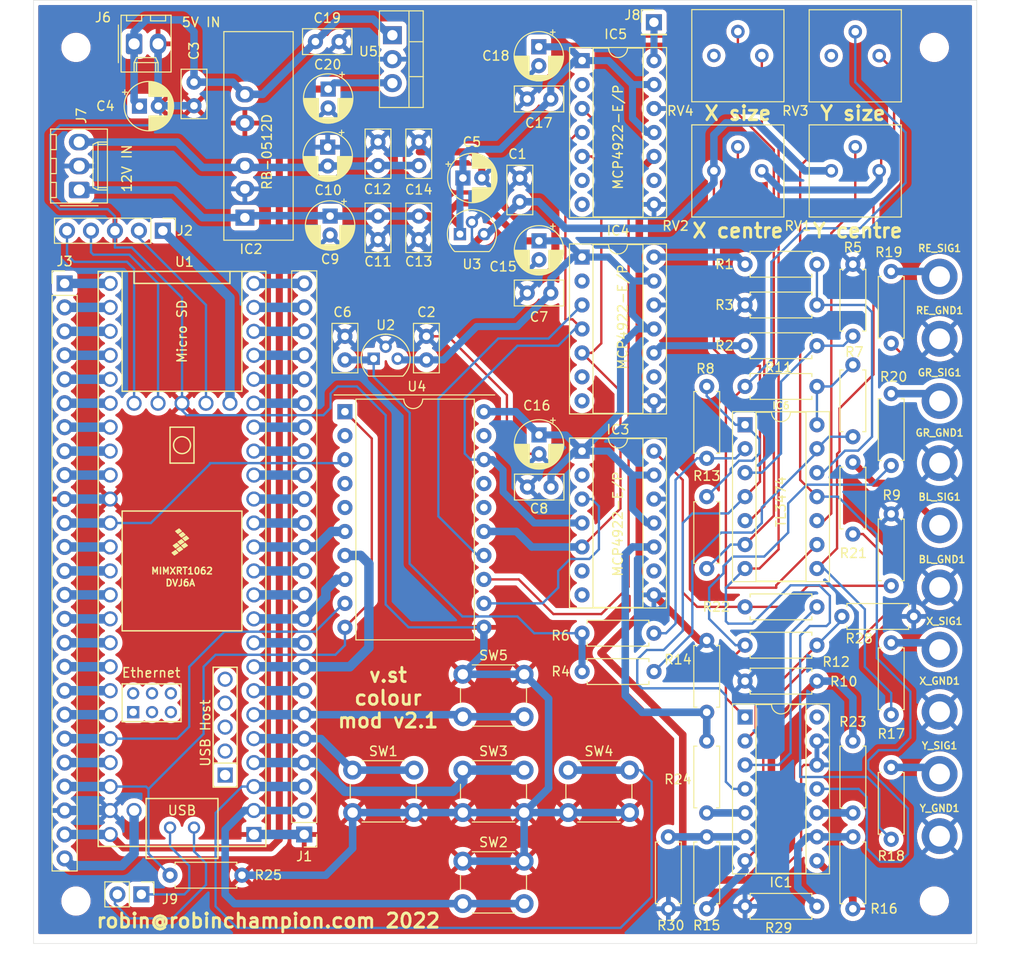
<source format=kicad_pcb>
(kicad_pcb (version 20211014) (generator pcbnew)
  (layers (0 "F.Cu" signal) (31 "B.Cu" signal) (34 "B.Paste" user) (35 "F.Paste" user) (36 "B.SilkS" user "B.Silkscreen") (37 "F.SilkS" user "F.Silkscreen") (38 "B.Mask" user) (39 "F.Mask" user) (44 "Edge.Cuts" user))
  (net 0 "")
  (net 1 "AGND")
  (net 2 "+12V")
  (net 3 "-12V")
  (net 4 "GND")
  (net 5 "Net-(C15-Pad1)")
  (net 6 "Net-(IC1-Pad2)")
  (net 7 "Net-(IC1-Pad3)")
  (net 8 "Net-(IC1-Pad8)")
  (net 9 "Net-(IC1-Pad6)")
  (net 10 "Net-(IC1-Pad10)")
  (net 11 "Net-(IC3-Pad4)")
  (net 12 "Net-(C6-Pad1)")
  (net 13 "Net-(IC3-Pad10)")
  (net 14 "Net-(R18-Pad2)")
  (net 16 "Net-(IC3-Pad14)")
  (net 17 "Net-(IC4-Pad10)")
  (net 19 "Net-(IC4-Pad3)")
  (net 20 "Net-(BL_SIG1-Pad1)")
  (net 22 "Net-(IC6-Pad3)")
  (net 23 "Net-(IC6-Pad10)")
  (net 24 "Net-(IC6-Pad14)")
  (net 25 "Net-(GR_SIG1-Pad1)")
  (net 26 "Net-(R17-Pad2)")
  (net 27 "Net-(R19-Pad2)")
  (net 28 "Net-(IC1-Pad1)")
  (net 29 "Net-(IC1-Pad5)")
  (net 30 "Net-(IC1-Pad7)")
  (net 32 "Net-(IC3-Pad3)")
  (net 33 "Net-(IC1-Pad9)")
  (net 34 "Net-(IC3-Pad5)")
  (net 35 "Net-(IC4-Pad14)")
  (net 36 "Net-(IC6-Pad1)")
  (net 37 "Net-(IC6-Pad2)")
  (net 38 "Net-(IC6-Pad5)")
  (net 39 "Net-(IC6-Pad6)")
  (net 40 "Net-(IC6-Pad7)")
  (net 41 "Net-(IC6-Pad8)")
  (net 42 "Net-(IC6-Pad9)")
  (net 43 "Net-(IC6-Pad12)")
  (net 44 "Net-(IC6-Pad13)")
  (net 45 "Net-(IC5-Pad3)")
  (net 46 "+5V")
  (net 47 "Net-(IC5-Pad14)")
  (net 48 "Net-(IC5-Pad10)")
  (net 49 "Net-(J2-Pad1)")
  (net 50 "Net-(J2-Pad2)")
  (net 51 "Net-(J2-Pad4)")
  (net 52 "Net-(J2-Pad5)")
  (net 53 "Net-(C20-Pad1)")
  (net 54 "Net-(J1-Pad2)")
  (net 55 "Net-(J1-Pad3)")
  (net 56 "Net-(J1-Pad4)")
  (net 57 "Net-(J1-Pad5)")
  (net 58 "Net-(J1-Pad6)")
  (net 59 "Net-(J1-Pad7)")
  (net 60 "Net-(J1-Pad9)")
  (net 61 "Net-(J1-Pad11)")
  (net 62 "Net-(J1-Pad12)")
  (net 63 "Net-(J1-Pad14)")
  (net 64 "Net-(J1-Pad15)")
  (net 65 "Net-(J1-Pad16)")
  (net 66 "Net-(J1-Pad17)")
  (net 67 "Net-(J1-Pad18)")
  (net 68 "Net-(J1-Pad19)")
  (net 69 "Net-(J1-Pad20)")
  (net 70 "Net-(J1-Pad21)")
  (net 71 "Net-(J1-Pad22)")
  (net 72 "Net-(J1-Pad23)")
  (net 73 "Net-(J1-Pad24)")
  (net 74 "Net-(J3-Pad1)")
  (net 75 "Net-(J3-Pad2)")
  (net 76 "Net-(J3-Pad3)")
  (net 77 "Net-(J3-Pad4)")
  (net 78 "Net-(J3-Pad5)")
  (net 79 "Net-(J3-Pad6)")
  (net 80 "Net-(J3-Pad7)")
  (net 81 "Net-(J3-Pad8)")
  (net 82 "Net-(J3-Pad9)")
  (net 83 "Net-(J3-Pad12)")
  (net 84 "Net-(J3-Pad13)")
  (net 85 "Net-(J3-Pad14)")
  (net 86 "Net-(J3-Pad15)")
  (net 87 "Net-(J3-Pad16)")
  (net 88 "Net-(J3-Pad17)")
  (net 89 "Net-(J3-Pad18)")
  (net 90 "Net-(J3-Pad19)")
  (net 91 "Net-(J3-Pad20)")
  (net 92 "Net-(J3-Pad21)")
  (net 93 "Net-(J3-Pad25)")
  (net 94 "Net-(J9-Pad1)")
  (net 97 "Net-(J9-Pad2)")
  (net 113 "Net-(J1-Pad8)")
  (net 114 "Net-(J1-Pad10)")
  (net 115 "Net-(J1-Pad13)")
  (net 116 "Net-(J3-Pad11)")
  (net 117 "Net-(J3-Pad22)")
  (footprint "MountingHole:MountingHole_2.2mm_M2_DIN965_Pad_TopBottom" (layer "F.Cu") (at 127.5588 144.755382)
    (fp_text reference "BL_GND1")
    (fp_text value "MountingHole_Pad")
  )
  (footprint "Package_DIP:DIP-14_W7.62mm_Socket" (layer "F.Cu") (at 89.652 109.728)
    (fp_text reference "IC4")
    (fp_text value "MCP4922-E/P")
  )
  (footprint "Package_TO_SOT_THT:TO-220-3_Vertical" (layer "F.Cu") (at 69.5452 86.2076 -90)
    (fp_text reference "U5")
    (fp_text value "LM2940T-5.0")
  )
  (footprint "Package_DIP:DIP-20_W7.62mm" (layer "F.Cu") (at 64.516 126.1205)
    (fp_text reference "U4")
    (fp_text value "TXS0108E")
  )
  (footprint "Resistor_THT:R_Axial_DIN0207_L6.3mm_D2.5mm_P7.62mm_Horizontal" (layer "F.Cu") (at 102.87 178.816 90)
    (fp_text reference "R15")
    (fp_text value "68R")
  )
  (footprint "Button_Switch_THT:SW_PUSH_6mm_H4.3mm" (layer "F.Cu") (at 77.014 173.772)
    (fp_text reference "SW2")
    (fp_text value "SW_Push")
  )
  (footprint "Resistor_THT:R_Axial_DIN0207_L6.3mm_D2.5mm_P7.62mm_Horizontal" (layer "F.Cu") (at 118.364 139.0904 90)
    (fp_text reference "R21")
    (fp_text value "75R")
  )
  (footprint "Potentiometer_THT:Potentiometer_Bourns_3386P_Vertical" (layer "F.Cu") (at 121.158 100.584 90)
    (fp_text reference "RV1")
    (fp_text value "20K")
  )
  (footprint "Resistor_THT:R_Axial_DIN0207_L6.3mm_D2.5mm_P7.62mm_Horizontal" (layer "F.Cu") (at 89.662 153.67)
    (fp_text reference "R4")
    (fp_text value "10k")
  )
  (footprint "Capacitor_THT:CP_Radial_D5.0mm_P2.00mm" (layer "F.Cu") (at 85.07 87.436888 -90)
    (fp_text reference "C18")
    (fp_text value "10uF")
  )
  (footprint "Package_DIP:DIP-14_W7.62mm_Socket" (layer "F.Cu") (at 106.934 127.508)
    (fp_text reference "IC6")
    (fp_text value "TL3474")
  )
  (footprint "Resistor_THT:R_Axial_DIN0207_L6.3mm_D2.5mm_P7.62mm_Horizontal" (layer "F.Cu") (at 122.428 158.242 90)
    (fp_text reference "R17")
    (fp_text value "75R")
  )
  (footprint "Capacitor_THT:C_Disc_D5.0mm_W2.5mm_P2.50mm" (layer "F.Cu") (at 68.0212 97.5252 -90)
    (fp_text reference "C12")
    (fp_text value "0.1uF")
  )
  (footprint "Resistor_THT:R_Axial_DIN0207_L6.3mm_D2.5mm_P7.62mm_Horizontal" (layer "F.Cu") (at 102.87 168.656 90)
    (fp_text reference "R24")
    (fp_text value "10K")
  )
  (footprint "Button_Switch_THT:SW_PUSH_6mm_H4.3mm" (layer "F.Cu") (at 88.19 164.12)
    (fp_text reference "SW4")
    (fp_text value "SW_Push")
  )
  (footprint "Package_TO_SOT_THT:TO-92" (layer "F.Cu") (at 67.564 120.502)
    (fp_text reference "U2")
    (fp_text value "TLE2425xLP")
  )
  (footprint "Resistor_THT:R_Axial_DIN0207_L6.3mm_D2.5mm_P7.62mm_Horizontal" (layer "F.Cu") (at 114.554 123.444 180)
    (fp_text reference "R11")
    (fp_text value "10K")
  )
  (footprint "Button_Switch_THT:SW_PUSH_6mm_H4.3mm" (layer "F.Cu") (at 77.014 153.96)
    (fp_text reference "SW5")
    (fp_text value "SW_Push")
  )
  (footprint "Resistor_THT:R_Axial_DIN0207_L6.3mm_D2.5mm_P7.62mm_Horizontal" (layer "F.Cu") (at 118.364 168.656 90)
    (fp_text reference "R23")
    (fp_text value "10K")
  )
  (footprint "Capacitor_THT:C_Disc_D5.0mm_W2.5mm_P2.50mm" (layer "F.Cu") (at 73.152 120.63 90)
    (fp_text reference "C2")
    (fp_text value "10uF")
  )
  (footprint "Package_DIP:DIP-14_W7.62mm_Socket" (layer "F.Cu") (at 89.652 130.302)
    (fp_text reference "IC3")
    (fp_text value "MCP4922-E/P")
  )
  (footprint "MountingHole:MountingHole_2.1mm" (layer "F.Cu") (at 36 178)
    (fp_text reference "REF03" hide)
    (fp_text value "MountingHole_2.1mm")
  )
  (footprint "Capacitor_THT:CP_Radial_D5.0mm_P2.00mm" (layer "F.Cu") (at 42.732888 93.726)
    (fp_text reference "C4")
    (fp_text value "4.7uF")
  )
  (footprint "Resistor_THT:R_Axial_DIN0207_L6.3mm_D2.5mm_P7.62mm_Horizontal" (layer "F.Cu") (at 102.87 131.064 90)
    (fp_text reference "R8")
    (fp_text value "20K")
  )
  (footprint "Capacitor_THT:CP_Radial_D5.0mm_P2.00mm" (layer "F.Cu") (at 62.738 91.9172 -90)
    (fp_text reference "C20")
    (fp_text value "22uF")
  )
  (footprint "Connector_Molex:Molex_KK-254_AE-6410-03A_1x03_P2.54mm_Vertical" (layer "F.Cu") (at 36.342 102.616 90)
    (fp_text reference "J7")
    (fp_text value "Conn_01x03_Male")
  )
  (footprint "Package_DIP:DIP-14_W7.62mm_Socket" (layer "F.Cu") (at 106.934 158.491)
    (fp_text reference "IC1")
    (fp_text value "TL3474")
  )
  (footprint "Resistor_THT:R_Axial_DIN0207_L6.3mm_D2.5mm_P7.62mm_Horizontal" (layer "F.Cu") (at 122.428 131.826 90)
    (fp_text reference "R20")
    (fp_text value "75R")
  )
  (footprint "MountingHole:MountingHole_2.2mm_M2_DIN965_Pad_TopBottom" (layer "F.Cu") (at 127.5588 171.119018)
    (fp_text reference "Y_GND1")
    (fp_text value "MountingHole_Pad")
  )
  (footprint "Capacitor_THT:C_Disc_D5.0mm_W2.5mm_P2.50mm" (layer "F.Cu") (at 86.34 113.538 180)
    (fp_text reference "C7")
    (fp_text value "0.1uF")
  )
  (footprint "Connector_PinHeader_2.54mm:PinHeader_1x24_P2.54mm_Vertical" (layer "F.Cu") (at 60.198 170.942 180)
    (fp_text reference "J1")
    (fp_text value "Conn_01x24_Male")
  )
  (footprint "Connector_PinHeader_2.54mm:PinHeader_1x02_P2.54mm_Vertical" (layer "F.Cu") (at 42.931 177.292 -90)
    (fp_text reference "J9")
    (fp_text value "Conn_01x02_Male")
  )
  (footprint "MountingHole:MountingHole_2.2mm_M2_DIN965_Pad_TopBottom" (layer "F.Cu") (at 127.5588 111.800837)
    (fp_text reference "RE_SIG1")
    (fp_text value "MountingHole_Pad")
  )
  (footprint "Resistor_THT:R_Axial_DIN0207_L6.3mm_D2.5mm_P7.62mm_Horizontal" (layer "F.Cu") (at 106.934 110.49)
    (fp_text reference "R1")
    (fp_text value "5K")
  )
  (footprint "Capacitor_THT:CP_Radial_D5.0mm_P2.00mm" (layer "F.Cu") (at 77.022888 101.346)
    (fp_text reference "C5")
    (fp_text value "2.2uF")
  )
  (footprint "Capacitor_THT:C_Disc_D5.0mm_W2.5mm_P2.50mm" (layer "F.Cu") (at 48.514 91.186 -90)
    (fp_text reference "C3")
    (fp_text value "0.1uF")
  )
  (footprint "Connector_Molex:Molex_KK-254_AE-6410-02A_1x02_P2.54mm_Vertical" (layer "F.Cu") (at 42.164 87.122)
    (fp_text reference "J6")
    (fp_text value "Conn_01x02_Male")
  )
  (footprint "Resistor_THT:R_Axial_DIN0207_L6.3mm_D2.5mm_P7.62mm_Horizontal" (layer "F.Cu") (at 122.428 118.872 90)
    (fp_text reference "R19")
    (fp_text value "75R")
  )
  (footprint "Resistor_THT:R_Axial_DIN0207_L6.3mm_D2.5mm_P7.62mm_Horizontal" (layer "F.Cu") (at 114.554 178.562 180)
    (fp_text reference "R29")
    (fp_text value "10K")
  )
  (footprint "MountingHole:MountingHole_2.2mm_M2_DIN965_Pad_TopBottom" (layer "F.Cu") (at 127.5588 118.391746)
    (fp_text reference "RE_GND1")
    (fp_text value "MountingHole_Pad")
  )
  (footprint "Resistor_THT:R_Axial_DIN0207_L6.3mm_D2.5mm_P7.62mm_Horizontal" (layer "F.Cu") (at 118.364 128.778 90)
    (fp_text reference "R7")
    (fp_text value "20K")
  )
  (footprint "Package_TO_SOT_THT:TO-92" (layer "F.Cu") (at 76.708 107.294)
    (fp_text reference "U3")
    (fp_text value "LP2950-5.0_TO92")
  )
  (footprint "Resistor_THT:R_Axial_DIN0207_L6.3mm_D2.5mm_P7.62mm_Horizontal" (layer "F.Cu") (at 114.554 146.812 180)
    (fp_text reference "R22")
    (fp_text value "10K")
  )
  (footprint "MountingHole:MountingHole_2.1mm" (layer "F.Cu") (at 127 87.5)
    (fp_text reference "REF02" hide)
    (fp_text value "MountingHole_2.1mm")
  )
  (footprint "Resistor_THT:R_Axial_DIN0207_L6.3mm_D2.5mm_P7.62mm_Horizontal" (layer "F.Cu") (at 118.364 110.49 -90)
    (fp_text reference "R5")
    (fp_text value "10k")
  )
  (footprint "Capacitor_THT:C_Disc_D5.0mm_W2.5mm_P2.50mm" (layer "F.Cu") (at 83.058 103.866 90)
    (fp_text reference "C1")
    (fp_text value "1.0uF")
  )
  (footprint "Resistor_THT:R_Axial_DIN0207_L6.3mm_D2.5mm_P7.62mm_Horizontal" (layer "F.Cu") (at 102.87 150.368 -90)
    (fp_text reference "R14")
    (fp_text value "10k")
  )
  (footprint "Resistor_THT:R_Axial_DIN0207_L6.3mm_D2.5mm_P7.62mm_Horizontal" (layer "F.Cu") (at 106.934 114.808)
    (fp_text reference "R3")
    (fp_text value "10k")
  )
  (footprint "Potentiometer_THT:Potentiometer_Bourns_3386P_Vertical" (layer "F.Cu") (at 108.712 88.362 90)
    (fp_text reference "RV4")
    (fp_text value "20K")
  )
  (footprint "Capacitor_THT:CP_Radial_D5.0mm_P2.00mm" (layer "F.Cu") (at 62.6872 98.074088 -90)
    (fp_text reference "C10")
    (fp_text value "4.7uF")
  )
  (footprint "Capacitor_THT:C_Disc_D5.0mm_W2.5mm_P2.50mm" (layer "F.Cu") (at 86.34 92.964 180)
    (fp_text reference "C17")
    (fp_text value "0.1uF")
  )
  (footprint "MountingHole:MountingHole_2.2mm_M2_DIN965_Pad_TopBottom" (layer "F.Cu") (at 127.5588 164.528109)
    (fp_text reference "Y_SIG1")
    (fp_text value "MountingHole_Pad")
  )
  (footprint "Connector_PinHeader_2.54mm:PinHeader_1x01_P2.54mm_Vertical" (layer "F.Cu") (at 97.272 84.836)
    (fp_text reference "J8")
    (fp_text value "Conn_01x01_Male")
  )
  (footprint "Resistor_THT:R_Axial_DIN0207_L6.3mm_D2.5mm_P7.62mm_Horizontal" (layer "F.Cu") (at 102.87 135.128 -90)
    (fp_text reference "R13")
    (fp_text value "10K")
  )
  (footprint "Resistor_THT:R_Axial_DIN0207_L6.3mm_D2.5mm_P7.62mm_Horizontal" (layer "F.Cu") (at 118.364 178.816 90)
    (fp_text reference "R16")
    (fp_text value "68R")
  )
  (footprint "Button_Switch_THT:SW_PUSH_6mm_H4.3mm" (layer "F.Cu") (at 65.33 164.12)
    (fp_text reference "SW1")
    (fp_text value "SW_Push")
  )
  (footprint "MountingHole:MountingHole_2.2mm_M2_DIN965_Pad_TopBottom" (layer "F.Cu") (at 127.5588 138.164473)
    (fp_text reference "BL_SIG1")
    (fp_text value "MountingHole_Pad")
  )
  (footprint "MountingHole:MountingHole_2.2mm_M2_DIN965_Pad_TopBottom" (layer "F.Cu") (at 127.5588 124.982655)
    (fp_text reference "GR_SIG1")
    (fp_text value "MountingHole_Pad")
  )
  (footprint "Package_DIP:DIP-14_W7.62mm_Socket" (layer "F.Cu") (at 89.662 88.9)
    (fp_text reference "IC5")
    (fp_text value "MCP4922-E/P")
  )
  (footprint "Resistor_THT:R_Axial_DIN0207_L6.3mm_D2.5mm_P7.62mm_Horizontal" (layer "F.Cu") (at 122.428 171.45 90)
    (fp_text reference "R18")
    (fp_text value "75R")
  )
  (footprint "Connector_PinHeader_2.54mm:PinHeader_1x25_P2.54mm_Vertical" (layer "F.Cu") (at 34.798 112.522)
    (fp_text reference "J3")
    (fp_text value "Conn_01x25_Male")
  )
  (footprint "Potentiometer_THT:Potentiometer_Bourns_3386P_Vertical" (layer "F.Cu") (at 121.158 88.377 90)
    (fp_text reference "RV3")
    (fp_text value "20K")
  )
  (footprint "Resistor_THT:R_Axial_DIN0207_L6.3mm_D2.5mm_P7.62mm_Horizontal" (layer "F.Cu") (at 117.1956 147.828)
    (fp_text reference "R28")
    (fp_text value "10K")
  )
  (footprint "Potentiometer_THT:Potentiometer_Bourns_3386P_Vertical" (layer "F.Cu") (at 108.712 100.584 90)
    (fp_text reference "RV2")
    (fp_text value "20K")
  )
  (footprint "Resistor_THT:R_Axial_DIN0207_L6.3mm_D2.5mm_P7.62mm_Horizontal" (layer "F.Cu") (at 122.428 136.9568 -90)
    (fp_text reference "R9")
    (fp_text value "10k")
  )
  (footprint "Resistor_THT:R_Axial_DIN0207_L6.3mm_D2.5mm_P7.62mm_Horizontal" (layer "F.Cu") (at 53.594 175.26 180)
    (fp_text reference "R25")
    (fp_text value "1K")
  )
  (footprint "Teensy:Teensy41" (layer "F.Cu") (at 47.244 141.732 90)
    (fp_text reference "U1")
    (fp_text value "Teensy4.1")
  )
  (footprint "Capacitor_THT:CP_Radial_D5.0mm_P2.00mm" (layer "F.Cu") (at 85.09 108.010888 -90)
    (fp_text reference "C15")
    (fp_text value "10uF")
  )
  (footprint "Button_Switch_THT:SW_PUSH_6mm_H4.3mm" (layer "F.Cu") (at 77.014 164.12)
    (fp_text reference "SW3")
    (fp_text value "SW_Push")
  )
  (footprint "Capacitor_THT:C_Disc_D5.0mm_W2.5mm_P2.50mm" (layer "F.Cu") (at 61.3864 86.888)
    (fp_text reference "C19")
    (fp_text value "1.0uF")
  )
  (footprint "Resistor_THT:R_Axial_DIN0207_L6.3mm_D2.5mm_P7.62mm_Horizontal" (layer "F.Cu") (at 98.806 171.196 -90)
    (fp_text reference "R30")
    (fp_text value "10K")
  )
  (footprint "Resistor_THT:R_Axial_DIN0207_L6.3mm_D2.5mm_P7.62mm_Horizontal" (layer "F.Cu") (at 89.652 149.606)
    (fp_text reference "R6")
    (fp_text value "10k")
  )
  (footprint "Capacitor_THT:C_Disc_D5.0mm_W2.5mm_P2.50mm" (layer "F.Cu") (at 72.3392 105.3792 -90)
    (fp_text reference "C13")
    (fp_text value "0.1uF")
  )
  (footprint "Capacitor_THT:C_Disc_D5.0mm_W2.5mm_P2.50mm" (layer "F.Cu") (at 64.516 120.63 90)
    (fp_text reference "C6")
    (fp_text value "10uF")
  )
  (footprint "Capacitor_THT:C_Disc_D5.0mm_W2.5mm_P2.50mm" (layer "F.Cu") (at 86.36 134.112 180)
    (fp_text reference "C8")
    (fp_text value "0.1uF")
  )
  (footprint "Resistor_THT:R_Axial_DIN0207_L6.3mm_D2.5mm_P7.62mm_Horizontal" (layer "F.Cu") (at 106.934 150.876)
    (fp_text reference "R12")
    (fp_text value "68R")
  )
  (footprint "MountingHole:MountingHole_2.1mm" (layer "F.Cu") (at 36 87.5)
    (fp_text reference "REF01" hide)
    (fp_text value "MountingHole_2.1mm")
  )
  (footprint "footprints2:RECOM_0512D" (layer "F.Cu") (at 55.8682 107.9689 90)
    (fp_text reference "IC2")
    (fp_text value "RB-0512D")
  )
  (footprint "Capacitor_THT:C_Disc_D5.0mm_W2.5mm_P2.50mm" (layer "F.Cu") (at 68.0212 105.3792 -90)
    (fp_text reference "C11")
    (fp_text value "0.1uF")
  )
  (footprint "Capacitor_THT:C_Disc_D5.0mm_W2.5mm_P2.50mm" (layer "F.Cu") (at 72.3392 97.5252 -90)
    (fp_text reference "C14")
    (fp_text value "0.1uF")
  )
  (footprint "Resistor_THT:R_Axial_DIN0207_L6.3mm_D2.5mm_P7.62mm_Horizontal" (layer "F.Cu") (at 106.934 154.686)
    (fp_text reference locked "R10")
    (fp_text value "10k")
  )
  (footprint "Capacitor_THT:CP_Radial_D5.0mm_P2.00mm" (layer "F.Cu") (at 85.09 128.584888 -90)
    (fp_text reference "C16")
    (fp_text value "10uF")
  )
  (footprint "Resistor_THT:R_Axial_DIN0207_L6.3mm_D2.5mm_P7.62mm_Horizontal" (layer "F.Cu") (at 106.934 119.126)
    (fp_text reference "R2")
    (fp_text value "5K")
  )
  (footprint "Connector_PinHeader_2.54mm:PinHeader_1x05_P2.54mm_Vertical" (layer "F.Cu") (at 45.212 106.934 -90)
    (fp_text reference "J2")
    (fp_text value "Conn_01x05_Male")
  )
  (footprint "MountingHole:MountingHole_2.1mm" (layer "F.Cu") (at 127 178)
    (fp_text reference "REF04" hide)
    (fp_text value "MountingHole_2.1mm")
  )
  (footprint "MountingHole:MountingHole_2.2mm_M2_DIN965_Pad_TopBottom" (layer "F.Cu") (at 127.5588 151.346291)
    (fp_text reference "X_SIG1")
    (fp_text value "MountingHole_Pad")
  )
  (footprint "MountingHole:MountingHole_2.2mm_M2_DIN965_Pad_TopBottom" (layer "F.Cu") (at 127.5588 131.573564)
    (fp_text reference "GR_GND1")
    (fp_text value "MountingHole_Pad")
  )
  (footprint "Capacitor_THT:CP_Radial_D5.0mm_P2.00mm" (layer "F.Cu") (at 62.9412 105.3792 -90)
    (fp_text reference "C9")
    (fp_text value "4.7uF")
  )
  (footprint "MountingHole:MountingHole_2.2mm_M2_DIN965_Pad_TopBottom" (layer "F.Cu") (at 127.5588 157.9372)
    (fp_text reference "X_GND1")
    (fp_text value "MountingHole_Pad")
  )
  (gr_rect (start 31.5 82.5) (end 131.5 182.5) (layer "Edge.Cuts") (width 0.05) (fill none))
  (gr_text "v.st\ncolour\nmod v2.1\n" (at 69.088 156.464) (layer "F.SilkS") (effects (font (size 1.5 1.5) (thickness 0.3))))
  (gr_text "Y centre" (at 118.872 106.934) (layer "F.SilkS") (effects (font (size 1.5 1.5) (thickness 0.3))))
  (gr_text "5V IN" (at 49.276 84.836) (layer "F.SilkS") (effects (font (size 1 1))))
  (gr_text "robin@robinchampion.com 2022" (at 56.388 180.086) (layer "F.SilkS") (effects (font (size 1.5 1.5) (thickness 0.3))))
  (gr_text "Y size" (at 118.364 94.488) (layer "F.SilkS") (effects (font (size 1.5 1.5) (thickness 0.3))))
  (gr_text "X size" (at 106.172 94.488) (layer "F.SilkS") (effects (font (size 1.5 1.5) (thickness 0.3))))
  (gr_text "X centre" (at 106.172 106.934) (layer "F.SilkS") (effects (font (size 1.5 1.5) (thickness 0.3))))
  (gr_text "12V IN" (at 41.402 100.33 90) (layer "F.SilkS") (effects (font (size 1 1))))
  (segment (start 112.8776 163.8808) (end 113.1874 163.571) (width 0.25) (layer "F.Cu") (net 1))
  (segment (start 81.816888 130.584888) (end 85.09 130.584888) (width 0.25) (layer "F.Cu") (net 1))
  (segment (start 79.022888 99.596888) (end 79.022888 101.346) (width 0.75) (layer "F.Cu") (net 1))
  (segment (start 72.39 98.572) (end 77.998 98.572) (width 0.75) (layer "F.Cu") (net 1))
  (segment (start 81.6864 130.4544) (end 81.816888 130.584888) (width 0.25) (layer "F.Cu") (net 1))
  (segment (start 73.152 118.13) (end 75.458 118.13) (width 0.25) (layer "F.Cu") (net 1))
  (segment (start 77.998 98.572) (end 79.022888 99.596888) (width 0.75) (layer "F.Cu") (net 1))
  (segment (start 106.934 178.562) (end 112.8776 172.6184) (width 0.25) (layer "F.Cu") (net 1))
  (segment (start 112.8776 172.6184) (end 112.8776 163.8808) (width 0.25) (layer "F.Cu") (net 1))
  (segment (start 97.272 145.542) (end 102.098 150.368) (width 0.8) (layer "F.Cu") (net 1))
  (segment (start 81.6864 124.3584) (end 81.6864 130.4544) (width 0.25) (layer "F.Cu") (net 1))
  (segment (start 113.1874 163.571) (end 114.554 163.571) (width 0.25) (layer "F.Cu") (net 1))
  (segment (start 102.098 150.368) (end 102.87 150.368) (width 0.25) (layer "F.Cu") (net 1))
  (segment (start 75.458 118.13) (end 81.6864 124.3584) (width 0.25) (layer "F.Cu") (net 1))
  (segment (start 77.978 108.712) (end 77.764 108.926) (width 0.25) (layer "B.Cu") (net 1))
  (segment (start 77.978 106.024) (end 77.978 108.712) (width 0.25) (layer "B.Cu") (net 1))
  (segment (start 39.624 168.402) (end 34.798 168.402) (width 1) (layer "B.Cu") (net 1))
  (segment (start 72.858 108.926) (end 72.3392 108.4072) (width 0.25) (layer "B.Cu") (net 1))
  (segment (start 77.764 108.926) (end 72.858 108.926) (width 0.25) (layer "B.Cu") (net 1))
  (segment (start 108.51328 121.2596) (end 105.41 121.2596) (width 0.25) (layer "F.Cu") (net 2))
  (segment (start 106.934 135.128) (end 108.51328 133.54872) (width 0.25) (layer "F.Cu") (net 2))
  (segment (start 76.9156 109.6264) (end 75.5904 109.6264) (width 0.8) (layer "F.Cu") (net 2))
  (segment (start 103.632 119.4816) (end 103.632 100.584) (width 0.25) (layer "F.Cu") (net 2))
  (segment (start 79.248 107.294) (end 76.9156 109.6264) (width 0.8) (layer "F.Cu") (net 2))
  (segment (start 108.51328 133.54872) (end 108.51328 121.2596) (width 0.25) (layer "F.Cu") (net 2))
  (segment (start 75.5904 109.6264) (end 74.4728 108.5088) (width 0.8) (layer "F.Cu") (net 2))
  (segment (start 73.426 105.3792) (end 72.3392 105.3792) (width 0.8) (layer "F.Cu") (net 2))
  (segment (start 74.4728 108.5088) (end 74.4728 106.426) (width 0.8) (layer "F.Cu") (net 2))
  (segment (start 74.4728 106.426) (end 73.426 105.3792) (width 0.8) (layer "F.Cu") (net 2))
  (segment (start 105.41 121.2596) (end 103.632 119.4816) (width 0.25) (layer "F.Cu") (net 2))
  (segment (start 83.058 103.866) (end 85.07 103.866) (width 0.8) (layer "B.Cu") (net 2))
  (segment (start 106.934 166.111) (end 105.659 166.111) (width 0.25) (layer "B.Cu") (net 2))
  (segment (start 79.248 107.294) (end 79.63 107.294) (width 0.8) (layer "B.Cu") (net 2))
  (segment (start 79.63 107.294) (end 83.058 103.866) (width 0.8) (layer "B.Cu") (net 2))
  (segment (start 100.33 137.922) (end 101.346 136.906) (width 0.25) (layer "B.Cu") (net 2))
  (segment (start 103.632 96.774) (end 104.902 95.504) (width 0.8) (layer "B.Cu") (net 2))
  (segment (start 104.902 165.354) (end 104.902 156.21) (width 0.25) (layer "B.Cu") (net 2))
  (segment (start 98.806 106.68) (end 103.632 101.854) (width 0.8) (layer "B.Cu") (net 2))
  (segment (start 105.156 136.906) (end 106.934 135.128) (width 0.25) (layer "B.Cu") (net 2))
  (segment (start 104.902 156.21) (end 104.14 155.448) (width 0.25) (layer "B.Cu") (net 2))
  (segment (start 104.14 155.448) (end 96.012 155.448) (width 0.25) (layer "B.Cu") (net 2))
  (segment (start 68.5292 105.3792) (end 72.8472 105.3792) (width 0.8) (layer "B.Cu") (net 2))
  (segment (start 85.07 103.866) (end 87.884 106.68) (width 0.8) (layer "B.Cu") (net 2))
  (segment (start 98.298 151.384) (end 100.33 149.352) (width 0.25) (layer "B.Cu") (net 2))
  (segment (start 96.012 155.448) (end 95.504 154.94) (width 0.25) (layer "B.Cu") (net 2))
  (segment (start 96.52 151.384) (end 98.298 151.384) (width 0.25) (layer "B.Cu") (net 2))
  (segment (start 103.632 101.854) (end 103.632 100.584) (width 0.8) (layer "B.Cu") (net 2))
  (segment (start 49.4149 105.5489) (end 53.9082 105.5489) (width 0.8) (layer "B.Cu") (net 2))
  (segment (start 46.482 102.616) (end 49.4149 105.5489) (width 0.8) (layer "B.Cu") (net 2))
  (segment (start 108.204 95.504) (end 113.284 100.584) (width 0.8) (layer "B.Cu") (net 2))
  (segment (start 105.659 166.111) (end 104.902 165.354) (width 0.25) (layer "B.Cu") (net 2))
  (segment (start 87.884 106.68) (end 98.806 106.68) (width 0.8) (layer "B.Cu") (net 2))
  (segment (start 100.33 149.352) (end 100.33 137.922) (width 0.25) (layer "B.Cu") (net 2))
  (segment (start 46.482 102.616) (end 36.342 102.616) (width 0.8) (layer "B.Cu") (net 2))
  (segment (start 95.504 152.4) (end 96.52 151.384) (width 0.25) (layer "B.Cu") (net 2))
  (segment (start 113.284 100.584) (end 116.078 100.584) (width 0.8) (layer "B.Cu") (net 2))
  (segment (start 62.9412 105.3792) (end 68.5292 105.3792) (width 0.8) (layer "B.Cu") (net 2))
  (segment (start 101.346 136.906) (end 105.156 136.906) (width 0.25) (layer "B.Cu") (net 2))
  (segment (start 104.902 95.504) (end 108.204 95.504) (width 0.8) (layer "B.Cu") (net 2))
  (segment (start 103.632 100.584) (end 103.632 96.774) (width 0.8) (layer "B.Cu") (net 2))
  (segment (start 79.502 107.548) (end 79.248 107.294) (width 0.8) (layer "B.Cu") (net 2))
  (segment (start 53.9082 105.3457) (end 62.9077 105.3457) (width 0.8) (layer "B.Cu") (net 2))
  (segment (start 95.504 154.94) (end 95.504 152.4) (width 0.25) (layer "B.Cu") (net 2))
  (segment (start 121.3612 100.3808) (end 121.3612 97.282) (width 0.25) (layer "F.Cu") (net 3))
  (segment (start 108.3564 84.2772) (end 104.14 84.2772) (width 0.25) (layer "F.Cu") (net 3))
  (segment (start 112.776 133.35) (end 112.776 100.076) (width 0.25) (layer "F.Cu") (net 3))
  (segment (start 112.776 100.076) (end 118.4656 94.3864) (width 0.25) (layer "F.Cu") (net 3))
  (segment (start 114.554 135.128) (end 112.776 133.35) (width 0.25) (layer "F.Cu") (net 3))
  (segment (start 87.2744 85.0392) (end 82.1944 85.0392) (width 0.25) (layer "F.Cu") (net 3))
  (segment (start 71.2724 100.0252) (end 72.3392 100.0252) (width 0.25) (layer "F.Cu") (net 3))
  (segment (start 70.7644 96.4692) (end 70.7644 99.5172) (width 0.25) (layer "F.Cu") (net 3))
  (segment (start 121.3612 97.282) (end 118.4656 94.3864) (width 0.25) (layer "F.Cu") (net 3))
  (segment (start 102.0572 86.36) (end 88.5952 86.36) (width 0.25) (layer "F.Cu") (net 3))
  (segment (start 104.14 84.2772) (end 102.0572 86.36) (width 0.25) (layer "F.Cu") (net 3))
  (segment (start 118.4656 94.3864) (end 108.3564 84.2772) (width 0.25) (layer "F.Cu") (net 3))
  (segment (start 88.5952 86.36) (end 87.2744 85.0392) (width 0.25) (layer "F.Cu") (net 3))
  (segment (start 70.7644 99.5172) (end 71.2724 100.0252) (width 0.25) (layer "F.Cu") (net 3))
  (segment (start 82.1944 85.0392) (end 70.7644 96.4692) (width 0.25) (layer "F.Cu") (net 3))
  (segment (start 116.7892 135.128) (end 120.142 138.4808) (width 0.25) (layer "B.Cu") (net 3))
  (segment (start 120.904 152.2476) (end 124.46 155.8036) (width 0.25) (layer "B.Cu") (net 3))
  (segment (start 124.206 168.1988) (end 124.206 173.0248) (width 0.25) (layer "B.Cu") (net 3))
  (segment (start 124.206 173.0248) (end 123.3932 173.8376) (width 0.25) (layer "B.Cu") (net 3))
  (segment (start 119.9896 163.9824) (end 124.206 168.1988) (width 0.25) (layer "B.Cu") (net 3))
  (segment (start 62.6872 100.074088) (end 67.972312 100.074088) (width 0.8) (layer "B.Cu") (net 3))
  (segment (start 49.4257 100.2257) (end 62.535588 100.2257) (width 0.8) (layer "B.Cu") (net 3))
  (segment (start 120.904 139.1412) (end 120.904 152.2476) (width 0.25) (layer "B.Cu") (net 3))
  (segment (start 123.3932 173.8376) (end 121.2596 173.8376) (width 0.25) (layer "B.Cu") (net 3))
  (segment (start 124.46 155.8036) (end 124.46 160.6804) (width 0.25) (layer "B.Cu") (net 3))
  (segment (start 121.1072 162.0012) (end 119.9896 163.1188) (width 0.25) (layer "B.Cu") (net 3))
  (segment (start 120.2436 138.4808) (end 120.904 139.1412) (width 0.25) (layer "B.Cu") (net 3))
  (segment (start 36.342 97.536) (end 46.736 97.536) (width 0.8) (layer "B.Cu") (net 3))
  (segment (start 119.8372 166.9796) (end 118.9686 166.111) (width 0.25) (layer "B.Cu") (net 3))
  (segment (start 121.2596 173.8376) (end 119.8372 172.4152) (width 0.25) (layer "B.Cu") (net 3))
  (segment (start 114.554 135.128) (end 116.7892 135.128) (width 0.25) (layer "B.Cu") (net 3))
  (segment (start 119.8372 172.4152) (end 119.8372 166.9796) (width 0.25) (layer "B.Cu") (net 3))
  (segment (start 108.712 100.584) (end 110.744 102.616) (width 0.75) (layer "B.Cu") (net 3))
  (segment (start 68.0212 100.0252) (end 72.3392 100.0252) (width 0.8) (layer "B.Cu") (net 3))
  (segment (start 120.142 138.4808) (end 120.2436 138.4808) (width 0.25) (layer "B.Cu") (net 3))
  (segment (start 110.744 102.616) (end 120.142 102.616) (width 0.75) (layer "B.Cu") (net 3))
  (segment (start 121.158 100.584) (end 121.158 101.6) (width 0.75) (layer "B.Cu") (net 3))
  (segment (start 119.9896 163.1188) (end 119.9896 163.9824) (width 0.25) (layer "B.Cu") (net 3))
  (segment (start 120.142 102.616) (end 121.158 101.6) (width 0.75) (layer "B.Cu") (net 3))
  (segment (start 124.46 160.6804) (end 123.1392 162.0012) (width 0.25) (layer "B.Cu") (net 3))
  (segment (start 46.736 97.536) (end 49.4257 100.2257) (width 0.8) (layer "B.Cu") (net 3))
  (segment (start 123.1392 162.0012) (end 121.1072 162.0012) (width 0.25) (layer "B.Cu") (net 3))
  (segment (start 118.9686 166.111) (end 114.554 166.111) (width 0.25) (layer "B.Cu") (net 3))
  (segment (start 34.29 95.758) (end 44.196 95.758) (width 0.25) (layer "B.Cu") (net 4))
  (segment (start 33.274 96.774) (end 34.29 95.758) (width 0.25) (layer "B.Cu") (net 4))
  (segment (start 33.274 103.632) (end 33.274 96.774) (width 0.25) (layer "B.Cu") (net 4))
  (segment (start 41.91 108.712) (end 47.244 114.046) (width 0.25) (layer "B.Cu") (net 4))
  (segment (start 40.132 106.934) (end 40.132 108.712) (width 0.25) (layer "B.Cu") (net 4))
  (segment (start 62.992 125.73) (end 62.992 124.206) (width 0.25) (layer "B.Cu") (net 4))
  (segment (start 71.83 168.62) (end 77.014 168.62) (width 0.8) (layer "B.Cu") (net 4))
  (segment (start 39.37 104.648) (end 34.29 104.648) (width 0.25) (layer "B.Cu") (net 4))
  (segment (start 65.786 123.444) (end 68.834 126.492) (width 0.25) (layer "B.Cu") (net 4))
  (segment (start 88.19 168.62) (end 94.69 168.62) (width 0.8) (layer "B.Cu") (net 4))
  (segment (start 47.244 114.046) (end 47.244 125.222) (width 0.25) (layer "B.Cu") (net 4))
  (segment (start 62.484 175.26) (end 65.33 172.414) (width 0.8) (layer "B.Cu") (net 4))
  (segment (start 77.014 173.772) (end 83.514 173.772) (width 0.8) (layer "B.Cu") (net 4))
  (segment (start 77.014 153.96) (end 83.514 153.96) (width 0.8) (layer "B.Cu") (net 4))
  (segment (start 71.2565 148.9805) (end 79.248 148.9805) (width 0.25) (layer "B.Cu") (net 4))
  (segment (start 86.106 156.552) (end 86.106 166.028) (width 0.8) (layer "B.Cu") (net 4))
  (segment (start 65.33 172.414) (end 65.33 168.62) (width 0.8) (layer "B.Cu") (net 4))
  (segment (start 48.514 93.686) (end 44.772888 93.686) (width 0.8) (layer "B.Cu") (net 4))
  (segment (start 39.624 135.382) (end 34.798 135.382) (width 1) (layer "B.Cu") (net 4))
  (segment (start 40.132 108.712) (end 41.91 108.712) (width 0.25) (layer "B.Cu") (net 4))
  (segment (start 53.594 175.26) (end 62.484 175.26) (width 0.8) (layer "B.Cu") (net 4))
  (segment (start 44.196 95.758) (end 44.958 94.996) (width 0.25) (layer "B.Cu") (net 4))
  (segment (start 77.014 168.62) (end 83.514 168.62) (width 0.8) (layer "B.Cu") (net 4))
  (segment (start 68.834 126.492) (end 68.834 146.558) (width 0.25) (layer "B.Cu") (net 4))
  (segment (start 62.992 124.206) (end 63.754 123.444) (width 0.25) (layer "B.Cu") (net 4))
  (segment (start 44.704 87.122) (end 44.704 93.697112) (width 0.8) (layer "B.Cu") (net 4))
  (segment (start 79.248 151.726) (end 77.014 153.96) (width 0.8) (layer "B.Cu") (net 4))
  (segment (start 86.106 166.028) (end 83.514 168.62) (width 0.8) (layer "B.Cu") (net 4))
  (segment (start 34.29 104.648) (end 33.274 103.632) (width 0.25) (layer "B.Cu") (net 4))
  (segment (start 40.132 106.934) (end 40.132 105.41) (width 0.25) (layer "B.Cu") (net 4))
  (segment (start 47.752 126.492) (end 62.23 126.492) (width 0.25) (layer "B.Cu") (net 4))
  (segment (start 62.23 126.492) (end 62.992 125.73) (width 0.25) (layer "B.Cu") (net 4))
  (segment (start 83.514 168.62) (end 88.19 168.62) (width 0.8) (layer "B.Cu") (net 4))
  (segment (start 83.514 153.96) (end 86.106 156.552) (width 0.8) (layer "B.Cu") (net 4))
  (segment (start 47.244 125.984) (end 47.752 126.492) (width 0.25) (layer "B.Cu") (net 4))
  (segment (start 79.248 148.9805) (end 79.248 151.726) (width 0.8) (layer "B.Cu") (net 4))
  (segment (start 44.958 94.996) (end 44.958 93.951112) (width 0.25) (layer "B.Cu") (net 4))
  (segment (start 83.514 168.62) (end 83.514 173.772) (width 0.8) (layer "B.Cu") (net 4))
  (segment (start 63.754 123.444) (end 65.786 123.444) (width 0.25) (layer "B.Cu") (net 4))
  (segment (start 68.834 146.558) (end 71.2565 148.9805) (width 0.25) (layer "B.Cu") (net 4))
  (segment (start 47.244 125.222) (end 47.244 125.984) (width 0.25) (layer "B.Cu") (net 4))
  (segment (start 54.864 170.942) (end 60.198 170.942) (width 1) (layer "B.Cu") (net 4))
  (segment (start 40.132 105.41) (end 39.37 104.648) (width 0.25) (layer "B.Cu") (net 4))
  (segment (start 65.33 168.62) (end 71.83 168.62) (width 0.8) (layer "B.Cu") (net 4))
  (segment (start 79.248 103.9876) (end 83.271288 108.010888) (width 0.75) (layer "F.Cu") (net 5))
  (segment (start 76.708 107.294) (end 76.708 106.426) (width 0.75) (layer "F.Cu") (net 5))
  (segment (start 76.708 106.426) (end 75.3872 105.1052) (width 0.75) (layer "F.Cu") (net 5))
  (segment (start 83.271288 108.010888) (end 85.09 108.010888) (width 0.75) (layer "F.Cu") (net 5))
  (segment (start 76.5048 103.9876) (end 79.248 103.9876) (width 0.75) (layer "F.Cu") (net 5))
  (segment (start 75.3872 105.1052) (end 76.5048 103.9876) (width 0.75) (layer "F.Cu") (net 5))
  (segment (start 86.36 134.112) (end 86.36 132.842) (width 0.75) (layer "B.Cu") (net 5))
  (segment (start 92.456 109.728) (end 94.996 112.268) (width 0.75) (layer "B.Cu") (net 5))
  (segment (start 88.198888 87.436888) (end 89.662 88.9) (width 0.75) (layer "B.Cu") (net 5))
  (segment (start 97.282 112.268) (end 94.996 112.268) (width 0.75) (layer "B.Cu") (net 5))
  (segment (start 96.52 96.52) (end 97.282 96.52) (width 0.75) (layer "B.Cu") (net 5))
  (segment (start 78.486 117.094) (end 82.784 117.094) (width 0.75) (layer "B.Cu") (net 5))
  (segment (start 92.456 88.9) (end 94.996 91.44) (width 0.75) (layer "B.Cu") (net 5))
  (segment (start 85.09 108.010888) (end 87.934888 108.010888) (width 0.75) (layer "B.Cu") (net 5))
  (segment (start 87.934888 108.010888) (end 89.652 109.728) (width 0.75) (layer "B.Cu") (net 5))
  (segment (start 89.662 88.9) (end 92.456 88.9) (width 0.75) (layer "B.Cu") (net 5))
  (segment (start 81.006 98.298) (end 86.34 92.964) (width 0.75) (layer "B.Cu") (net 5))
  (segment (start 73.406 120.63) (end 70.232 120.63) (width 0.75) (layer "B.Cu") (net 5))
  (segment (start 77.022888 98.999112) (end 77.724 98.298) (width 0.75) (layer "B.Cu") (net 5))
  (segment (start 85.07 87.436888) (end 88.198888 87.436888) (width 0.75) (layer "B.Cu") (net 5))
  (segment (start 86.34 92.964) (end 86.34 91.46) (width 0.75) (layer "B.Cu") (net 5))
  (segment (start 97.282 132.842) (end 94.996 132.842) (width 0.75) (layer "B.Cu") (net 5))
  (segment (start 76.708 107.294) (end 76.708 101.660888) (width 0.75) (layer "B.Cu") (net 5))
  (segment (start 97.282 91.44) (end 94.996 91.44) (width 0.75) (layer "B.Cu") (net 5))
  (segment (start 82.625612 126.1205) (end 85.09 128.584888) (width 0.8) (layer "B.Cu") (net 5))
  (segment (start 89.652 130.302) (end 93.726 126.228) (width 0.75) (layer "B.Cu") (net 5))
  (segment (start 86.34 112.034) (end 88.646 109.728) (width 0.75) (layer "B.Cu") (net 5))
  (segment (start 88.9 88.9) (end 89.662 88.9) (width 0.75) (layer "B.Cu") (net 5))
  (segment (start 94.996 94.996) (end 96.52 96.52) (width 0.75) (layer "B.Cu") (net 5))
  (segment (start 79.248 126.1205) (end 82.625612 126.1205) (width 0.8) (layer "B.Cu") (net 5))
  (segment (start 82.784 117.094) (end 86.34 113.538) (width 0.75) (layer "B.Cu") (net 5))
  (segment (start 94.996 132.842) (end 94.996 136.398) (width 0.75) (layer "B.Cu") (net 5))
  (segment (start 77.724 98.298) (end 81.006 98.298) (width 0.75) (layer "B.Cu") (net 5))
  (segment (start 77.022888 101.346) (end 77.022888 98.999112) (width 0.75) (layer "B.Cu") (net 5))
  (segment (start 92.456 130.302) (end 94.996 132.842) (width 0.75) (layer "B.Cu") (net 5))
  (segment (start 89.662 130.302) (end 92.456 130.302) (width 0.75) (layer "B.Cu") (net 5))
  (segment (start 93.726 126.228) (end 93.726 119.126) (width 0.75) (layer "B.Cu") (net 5))
  (segment (start 85.09 128.584888) (end 87.934888 128.584888) (width 0.75) (layer "B.Cu") (net 5))
  (segment (start 87.934888 128.584888) (end 89.652 130.302) (width 0.75) (layer "B.Cu") (net 5))
  (segment (start 94.996 91.44) (end 94.996 94.996) (width 0.75) (layer "B.Cu") (net 5))
  (segment (start 94.996 112.268) (end 94.996 115.824) (width 0.75) (layer "B.Cu") (net 5))
  (segment (start 95.504 117.348) (end 97.272 117.348) (width 0.75) (layer "B.Cu") (net 5))
  (segment (start 73.152 120.63) (end 74.95 120.63) (width 0.75) (layer "B.Cu") (net 5))
  (segment (start 94.996 115.824) (end 96.52 117.348) (width 0.75) (layer "B.Cu") (net 5))
  (segment (start 86.34 113.538) (end 86.34 112.034) (width 0.75) (layer "B.Cu") (net 5))
  (segment (start 86.34 91.46) (end 88.9 88.9) (width 0.75) (layer "B.Cu") (net 5))
  (segment (start 94.996 136.398) (end 96.52 137.922) (width 0.75) (layer "B.Cu") (net 5))
  (segment (start 93.726 119.126) (end 95.504 117.348) (width 0.75) (layer "B.Cu") (net 5))
  (segment (start 89.662 109.728) (end 92.456 109.728) (width 0.75) (layer "B.Cu") (net 5))
  (segment (start 86.36 132.842) (end 88.9 130.302) (width 0.75) (layer "B.Cu") (net 5))
  (segment (start 88.646 109.728) (end 89.652 109.728) (width 0.75) (layer "B.Cu") (net 5))
  (segment (start 88.9 130.302) (end 89.652 130.302) (width 0.75) (layer "B.Cu") (net 5))
  (segment (start 74.95 120.63) (end 78.486 117.094) (width 0.75) (layer "B.Cu") (net 5))
  (segment (start 106.934 161.031) (end 108.061711 159.903289) (width 0.25) (layer "F.Cu") (net 6))
  (segment (start 108.061711 157.368289) (end 114.554 150.876) (width 0.25) (layer "F.Cu") (net 6))
  (segment (start 108.061711 159.903289) (end 108.061711 157.368289) (width 0.25) (layer "F.Cu") (net 6))
  (segment (start 114.554 150.876) (end 117.3988 148.0312) (width 0.25) (layer "B.Cu") (net 6))
  (segment (start 110.495 163.571) (end 111.76 162.306) (width 0.25) (layer "B.Cu") (net 7))
  (segment (start 106.934 163.571) (end 110.495 163.571) (width 0.25) (layer "B.Cu") (net 7))
  (segment (start 111.76 162.306) (end 111.76 149.606) (width 0.25) (layer "B.Cu") (net 7))
  (segment (start 111.76 149.606) (end 114.554 146.812) (width 0.25) (layer "B.Cu") (net 7))
  (segment (start 124.968 174.5996) (end 128.6256 174.5996) (width 0.25) (layer "F.Cu") (net 8))
  (segment (start 118.364 178.816) (end 120.7516 178.816) (width 0.25) (layer "F.Cu") (net 8))
  (segment (start 130.3528 172.8724) (end 130.3528 122.9868) (width 0.25) (layer "F.Cu") (net 8))
  (segment (start 130.3528 122.9868) (end 129.1336 121.7676) (width 0.25) (layer "F.Cu") (net 8))
  (segment (start 128.6256 174.5996) (end 130.3528 172.8724) (width 0.25) (layer "F.Cu") (net 8))
  (segment (start 120.7516 178.816) (end 124.968 174.5996) (width 0.25) (layer "F.Cu") (net 8))
  (segment (start 129.1336 121.7676) (end 125.3236 121.7676) (width 0.25) (layer "F.Cu") (net 8))
  (segment (start 118.364 177.541) (end 114.554 173.731) (width 0.8) (layer "F.Cu") (net 8))
  (segment (start 125.3236 121.7676) (end 122.428 118.872) (width 0.25) (layer "F.Cu") (net 8))
  (segment (start 118.364 178.816) (end 118.364 177.541) (width 0.8) (layer "F.Cu") (net 8))
  (segment (start 102.87 171.196) (end 106.929 171.196) (width 0.8) (layer "B.Cu") (net 9))
  (segment (start 98.806 171.196) (end 102.87 171.196) (width 0.8) (layer "B.Cu") (net 9))
  (segment (start 118.364 168.656) (end 114.559 168.656) (width 0.8) (layer "B.Cu") (net 10))
  (segment (start 87.884 97.8408) (end 87.884 116.332) (width 0.25) (layer "F.Cu") (net 11))
  (segment (start 89.2048 96.52) (end 87.884 97.8408) (width 0.25) (layer "F.Cu") (net 11))
  (segment (start 87.884 116.332) (end 88.636 116.332) (width 0.25) (layer "F.Cu") (net 11))
  (segment (start 88.636 116.332) (end 89.652 117.348) (width 0.25) (layer "F.Cu") (net 11))
  (segment (start 81.28 134.62) (end 81.28 132.334) (width 0.75) (layer "B.Cu") (net 11))
  (segment (start 89.652 137.922) (end 84.582 137.922) (width 0.75) (layer "B.Cu") (net 11))
  (segment (start 77.216 124.714) (end 82.804 119.126) (width 0.25) (layer "B.Cu") (net 11))
  (segment (start 80.1465 131.2005) (end 79.248 131.2005) (width 0.75) (layer "B.Cu") (net 11))
  (segment (start 81.28 132.334) (end 80.1465 131.2005) (width 0.75) (layer "B.Cu") (net 11))
  (segment (start 79.248 131.2005) (end 77.8605 131.2005) (width 0.25) (layer "B.Cu") (net 11))
  (segment (start 87.122 119.126) (end 88.9 117.348) (width 0.25) (layer "B.Cu") (net 11))
  (segment (start 77.8605 131.2005) (end 77.216 130.556) (width 0.25) (layer "B.Cu") (net 11))
  (segment (start 84.582 137.922) (end 81.28 134.62) (width 0.75) (layer "B.Cu") (net 11))
  (segment (start 77.216 130.556) (end 77.216 124.714) (width 0.25) (layer "B.Cu") (net 11))
  (segment (start 88.9 117.348) (end 89.652 117.348) (width 0.25) (layer "B.Cu") (net 11))
  (segment (start 82.804 119.126) (end 87.122 119.126) (width 0.25) (layer "B.Cu") (net 11))
  (segment (start 84.582 149.606) (end 82.804 147.828) (width 0.25) (layer "B.Cu") (net 12))
  (segment (start 89.652 149.606) (end 89.652 153.66) (width 0.75) (layer "B.Cu") (net 12))
  (segment (start 71.374 142.24) (end 71.374 126.238) (width 0.25) (layer "B.Cu") (net 12))
  (segment (start 82.804 147.828) (end 76.962 147.828) (width 0.25) (layer "B.Cu") (net 12))
  (segment (start 64.516 120.63) (end 67.436 120.63) (width 0.75) (layer "B.Cu") (net 12))
  (segment (start 71.374 126.238) (end 67.564 122.428) (width 0.25) (layer "B.Cu") (net 12))
  (segment (start 89.652 149.606) (end 84.582 149.606) (width 0.25) (layer "B.Cu") (net 12))
  (segment (start 76.962 147.828) (end 71.374 142.24) (width 0.25) (layer "B.Cu") (net 12))
  (segment (start 67.564 122.428) (end 67.564 120.502) (width 0.25) (layer "B.Cu") (net 12))
  (segment (start 96.012 157.988) (end 94.234 156.21) (width 0.8) (layer "B.Cu") (net 13))
  (segment (start 102.87 161.036) (end 102.87 157.988) (width 0.8) (layer "B.Cu") (net 13))
  (segment (start 94.996 140.462) (end 97.272 140.462) (width 0.8) (layer "B.Cu") (net 13))
  (segment (start 94.234 156.21) (end 94.234 141.224) (width 0.8) (layer "B.Cu") (net 13))
  (segment (start 94.234 141.224) (end 94.996 140.462) (width 0.8) (layer "B.Cu") (net 13))
  (segment (start 102.87 157.988) (end 96.012 157.988) (width 0.8) (layer "B.Cu") (net 13))
  (segment (start 122.428 163.83) (end 126.478909 163.83) (width 0.8) (layer "B.Cu") (net 14))
  (segment (start 100.33 145.288) (end 101.854 146.812) (width 0.25) (layer "F.Cu") (net 16))
  (segment (start 106.934 146.812) (end 111.3536 146.812) (width 0.25) (layer "F.Cu") (net 16))
  (segment (start 101.854 146.812) (end 106.934 146.812) (width 0.25) (layer "F.Cu") (net 16))
  (segment (start 111.3536 146.812) (end 113.5888 144.5768) (width 0.25) (layer "F.Cu") (net 16))
  (segment (start 113.5888 144.5768) (end 122.428 144.5768) (width 0.25) (layer "F.Cu") (net 16))
  (segment (start 97.272 130.302) (end 100.33 133.36) (width 0.25) (layer "F.Cu") (net 16))
  (segment (start 100.33 133.36) (end 100.33 145.288) (width 0.25) (layer "F.Cu") (net 16))
  (segment (start 98.034 119.126) (end 97.272 119.888) (width 0.75) (layer "B.Cu") (net 17))
  (segment (start 106.934 119.126) (end 98.034 119.126) (width 0.75) (layer "B.Cu") (net 17))
  (segment (start 86.096 118.364) (end 89.652 114.808) (width 0.25) (layer "B.Cu") (net 19))
  (segment (start 74.422 124.714) (end 80.772 118.364) (width 0.25) (layer "B.Cu") (net 19))
  (segment (start 74.422 137.2108) (end 74.422 124.714) (width 0.25) (layer "B.Cu") (net 19))
  (segment (start 80.772 118.364) (end 86.096 118.364) (width 0.25) (layer "B.Cu") (net 19))
  (segment (start 78.5717 141.3605) (end 74.422 137.2108) (width 0.25) (layer "B.Cu") (net 19))
  (segment (start 79.248 141.3605) (end 78.5717 141.3605) (width 0.25) (layer "B.Cu") (net 19))
  (segment (start 120.5992 133.7056) (end 123.099927 133.7056) (width 0.75) (layer "F.Cu") (net 20))
  (segment (start 118.364 131.4704) (end 120.5992 133.7056) (width 0.75) (layer "F.Cu") (net 20))
  (segment (start 123.099927 133.7056) (end 127.5588 138.164473) (width 0.75) (layer "F.Cu") (net 20))
  (segment (start 110.744 130.556) (end 108.712 132.588) (width 0.25) (layer "B.Cu") (net 22))
  (segment (start 114.554 119.126) (end 110.744 122.936) (width 0.25) (layer "B.Cu") (net 22))
  (segment (start 110.744 122.936) (end 110.744 130.556) (width 0.25) (layer "B.Cu") (net 22))
  (segment (start 117.348 119.126) (end 118.364 118.11) (width 0.25) (layer "B.Cu") (net 22))
  (segment (start 114.554 119.126) (end 117.348 119.126) (width 0.25) (layer "B.Cu") (net 22))
  (segment (start 108.712 132.588) (end 106.934 132.588) (width 0.25) (layer "B.Cu") (net 22))
  (segment (start 116.078 136.906) (end 115.316 137.668) (width 0.25) (layer "F.Cu") (net 23))
  (segment (start 116.078 107.188) (end 116.078 136.906) (width 0.25) (layer "F.Cu") (net 23))
  (segment (start 118.618 104.648) (end 116.078 107.188) (width 0.25) (layer "F.Cu") (net 23))
  (segment (start 115.316 137.668) (end 114.554 137.668) (width 0.25) (layer "F.Cu") (net 23))
  (segment (start 118.618 98.044) (end 118.618 104.648) (width 0.25) (layer "F.Cu") (net 23))
  (segment (start 116.078 123.444) (end 118.364 121.158) (width 0.25) (layer "B.Cu") (net 24))
  (segment (start 114.554 123.444) (end 116.078 123.444) (width 0.25) (layer "B.Cu") (net 24))
  (segment (start 114.554 127.508) (end 114.554 123.444) (width 0.25) (layer "B.Cu") (net 24))
  (segment (start 122.428 124.206) (end 126.400363 124.206) (width 0.8) (layer "B.Cu") (net 25))
  (segment (start 122.428 150.622) (end 126.452727 150.622) (width 0.8) (layer "B.Cu") (net 26))
  (segment (start 122.428 111.252) (end 126.628181 111.252) (width 0.8) (layer "B.Cu") (net 27))
  (segment (start 104.902 156.459) (end 106.934 158.491) (width 0.25) (layer "F.Cu") (net 28))
  (segment (start 106.934 150.876) (end 104.902 152.908) (width 0.25) (layer "F.Cu") (net 28))
  (segment (start 104.902 152.908) (end 104.902 156.459) (width 0.25) (layer "F.Cu") (net 28))
  (segment (start 105.664 141.478) (end 108.966 141.478) (width 0.25) (layer "B.Cu") (net 28))
  (segment (start 111.506 135.8392) (end 113.4872 133.858) (width 0.25) (layer "B.Cu") (net 28))
  (segment (start 108.966 141.478) (end 111.506 138.938) (width 0.25) (layer "B.Cu") (net 28))
  (segment (start 106.934 150.876) (end 105.918 150.876) (width 0.25) (layer "B.Cu") (net 28))
  (segment (start 104.648 143.256) (end 104.648 142.494) (width 0.25) (layer "B.Cu") (net 28))
  (segment (start 103.124 148.082) (end 103.124 144.78) (width 0.25) (layer "B.Cu") (net 28))
  (segment (start 113.4872 133.858) (end 120.396 133.858) (width 0.25) (layer "B.Cu") (net 28))
  (segment (start 120.396 133.858) (end 122.428 131.826) (width 0.25) (layer "B.Cu") (net 28))
  (segment (start 103.124 144.78) (end 104.648 143.256) (width 0.25) (layer "B.Cu") (net 28))
  (segment (start 104.648 142.494) (end 105.664 141.478) (width 0.25) (layer "B.Cu") (net 28))
  (segment (start 111.506 138.938) (end 111.506 135.8392) (width 0.25) (layer "B.Cu") (net 28))
  (segment (start 105.918 150.876) (end 103.124 148.082) (width 0.25) (layer "B.Cu") (net 28))
  (segment (start 102.87 168.656) (end 106.929 168.656) (width 0.8) (layer "B.Cu") (net 29))
  (segment (start 124.0536 145.3388) (end 124.0536 143.7132) (width 0.25) (layer "F.Cu") (net 30))
  (segment (start 106.934 173.731) (end 108.8644 171.8006) (width 0.25) (layer "F.Cu") (net 30))
  (segment (start 116.3828 153.0096) (end 124.0536 145.3388) (width 0.25) (layer "F.Cu") (net 30))
  (segment (start 108.8644 171.8006) (end 108.8644 157.8356) (width 0.25) (layer "F.Cu") (net 30))
  (segment (start 119.4308 139.0904) (end 118.364 139.0904) (width 0.25) (layer "F.Cu") (net 30))
  (segment (start 108.8644 157.8356) (end 113.6904 153.0096) (width 0.25) (layer "F.Cu") (net 30))
  (segment (start 113.6904 153.0096) (end 116.3828 153.0096) (width 0.25) (layer "F.Cu") (net 30))
  (segment (start 124.0536 143.7132) (end 119.4308 139.0904) (width 0.25) (layer "F.Cu") (net 30))
  (segment (start 106.934 174.752) (end 106.934 173.731) (width 0.25) (layer "B.Cu") (net 30))
  (segment (start 102.87 178.816) (end 106.934 174.752) (width 0.8) (layer "B.Cu") (net 30))
  (segment (start 87.122 144.78) (end 85.4615 146.4405) (width 0.25) (layer "B.Cu") (net 32))
  (segment (start 88.392 141.732) (end 87.122 143.002) (width 0.25) (layer "B.Cu") (net 32))
  (segment (start 89.652 135.382) (end 90.678 135.382) (width 0.25) (layer "B.Cu") (net 32))
  (segment (start 91.44 136.144) (end 91.44 140.716) (width 0.25) (layer "B.Cu") (net 32))
  (segment (start 85.4615 146.4405) (end 79.248 146.4405) (width 0.25) (layer "B.Cu") (net 32))
  (segment (start 87.122 143.002) (end 87.122 144.78) (width 0.25) (layer "B.Cu") (net 32))
  (segment (start 91.44 140.716) (end 90.424 141.732) (width 0.25) (layer "B.Cu") (net 32))
  (segment (start 90.424 141.732) (end 88.392 141.732) (width 0.25) (layer "B.Cu") (net 32))
  (segment (start 90.678 135.382) (end 91.44 136.144) (width 0.25) (layer "B.Cu") (net 32))
  (segment (start 112.522 172.212) (end 113.543 171.191) (width 0.8) (layer "B.Cu") (net 33))
  (segment (start 112.522 176.53) (end 112.522 172.212) (width 0.8) (layer "B.Cu") (net 33))
  (segment (start 118.364 171.196) (end 114.559 171.196) (width 0.8) (layer "B.Cu") (net 33))
  (segment (start 114.554 178.562) (end 112.522 176.53) (width 0.8) (layer "B.Cu") (net 33))
  (segment (start 113.543 171.191) (end 114.554 171.191) (width 0.8) (layer "B.Cu") (net 33))
  (segment (start 89.652 119.888) (end 93.726 123.962) (width 0.25) (layer "F.Cu") (net 34))
  (segment (start 91.694 118.872) (end 91.694 100.076) (width 0.25) (layer "F.Cu") (net 34))
  (segment (start 93.726 123.962) (end 93.726 136.388) (width 0.25) (layer "F.Cu") (net 34))
  (segment (start 91.694 100.076) (end 90.678 99.06) (width 0.25) (layer "F.Cu") (net 34))
  (segment (start 93.726 136.388) (end 89.652 140.462) (width 0.25) (layer "F.Cu") (net 34))
  (segment (start 90.678 119.888) (end 91.694 118.872) (width 0.25) (layer "F.Cu") (net 34))
  (segment (start 89.652 119.888) (end 90.678 119.888) (width 0.25) (layer "F.Cu") (net 34))
  (segment (start 90.678 99.06) (end 89.662 99.06) (width 0.25) (layer "F.Cu") (net 34))
  (segment (start 82.6865 138.8205) (end 84.328 140.462) (width 0.8) (layer "B.Cu") (net 34))
  (segment (start 84.328 140.462) (end 89.652 140.462) (width 0.8) (layer "B.Cu") (net 34))
  (segment (start 79.248 138.8205) (end 82.6865 138.8205) (width 0.8) (layer "B.Cu") (net 34))
  (segment (start 97.272 109.728) (end 106.172 109.728) (width 0.75) (layer "B.Cu") (net 35))
  (segment (start 106.172 109.728) (end 106.934 110.49) (width 0.75) (layer "B.Cu") (net 35))
  (segment (start 102.87 135.128) (end 105.41 132.588) (width 0.25) (layer "B.Cu") (net 36))
  (segment (start 106.304242 131.318) (end 107.696 131.318) (width 0.25) (layer "B.Cu") (net 36))
  (segment (start 105.41 132.212242) (end 106.304242 131.318) (width 0.25) (layer "B.Cu") (net 36))
  (segment (start 108.458 129.032) (end 106.934 127.508) (width 0.25) (layer "B.Cu") (net 36))
  (segment (start 108.458 130.556) (end 108.458 129.032) (width 0.25) (layer "B.Cu") (net 36))
  (segment (start 102.87 124.46) (end 102.87 123.444) (width 0.25) (layer "B.Cu") (net 36))
  (segment (start 105.41 132.588) (end 105.41 132.212242) (width 0.25) (layer "B.Cu") (net 36))
  (segment (start 107.696 131.318) (end 108.458 130.556) (width 0.25) (layer "B.Cu") (net 36))
  (segment (start 105.918 127.508) (end 102.87 124.46) (width 0.25) (layer "B.Cu") (net 36))
  (segment (start 106.934 127.508) (end 105.918 127.508) (width 0.25) (layer "B.Cu") (net 36))
  (segment (start 102.87 131.064) (end 105.918 131.064) (width 0.25) (layer "B.Cu") (net 37))
  (segment (start 101.854 131.064) (end 102.87 131.064) (width 0.25) (layer "B.Cu") (net 37))
  (segment (start 97.272 149.606) (end 98.552 149.606) (width 0.25) (layer "B.Cu") (net 37))
  (segment (start 99.568 148.59) (end 99.568 133.35) (width 0.25) (layer "B.Cu") (net 37))
  (segment (start 105.918 131.064) (end 106.934 130.048) (width 0.25) (layer "B.Cu") (net 37))
  (segment (start 99.568 133.35) (end 101.854 131.064) (width 0.25) (layer "B.Cu") (net 37))
  (segment (start 98.552 149.606) (end 99.568 148.59) (width 0.25) (layer "B.Cu") (net 37))
  (segment (start 108.966 108.204) (end 108.966 136.144) (width 0.25) (layer "F.Cu") (net 38))
  (segment (start 106.172 105.41) (end 108.966 108.204) (width 0.25) (layer "F.Cu") (net 38))
  (segment (start 108.966 136.144) (end 107.442 137.668) (width 0.25) (layer "F.Cu") (net 38))
  (segment (start 106.172 98.044) (end 106.172 105.41) (width 0.25) (layer "F.Cu") (net 38))
  (segment (start 106.172 85.822) (end 106.172 94.5388) (width 0.25) (layer "F.Cu") (net 39))
  (segment (start 109.982 137.16) (end 106.934 140.208) (width 0.25) (layer "F.Cu") (net 39))
  (segment (start 106.172 94.5388) (end 109.982 98.3488) (width 0.25) (layer "F.Cu") (net 39))
  (segment (start 109.982 98.3488) (end 109.982 137.16) (width 0.25) (layer "F.Cu") (net 39))
  (segment (start 102.87 142.748) (end 105.41 140.208) (width 0.25) (layer "B.Cu") (net 39))
  (segment (start 105.41 140.208) (end 106.934 140.208) (width 0.25) (layer "B.Cu") (net 39))
  (segment (start 110.49 140.716) (end 108.458 142.748) (width 0.25) (layer "F.Cu") (net 40))
  (segment (start 108.712 95.758) (end 110.49 97.536) (width 0.25) (layer "F.Cu") (net 40))
  (segment (start 108.712 88.362) (end 108.712 95.758) (width 0.25) (layer "F.Cu") (net 40))
  (segment (start 108.458 142.748) (end 106.934 142.748) (width 0.25) (layer "F.Cu") (net 40))
  (segment (start 110.49 97.536) (end 110.49 140.716) (width 0.25) (layer "F.Cu") (net 40))
  (segment (start 105.156 148.59) (end 104.902 148.336) (width 0.25) (layer "B.Cu") (net 40))
  (segment (start 107.696 148.59) (end 105.156 148.59) (width 0.25) (layer "B.Cu") (net 40))
  (segment (start 119.888 164.846) (end 112.776 164.846) (width 0.25) (layer "B.Cu") (net 40))
  (segment (start 112.776 149.86) (end 113.792 148.844) (width 0.25) (layer "B.Cu") (net 40))
  (segment (start 104.902 144.78) (end 106.934 142.748) (width 0.25) (layer "B.Cu") (net 40))
  (segment (start 121.158 170.18) (end 121.158 166.116) (width 0.25) (layer "B.Cu") (net 40))
  (segment (start 121.158 166.116) (end 119.888 164.846) (width 0.25) (layer "B.Cu") (net 40))
  (segment (start 115.57 148.844) (end 115.9256 148.4884) (width 0.25) (layer "B.Cu") (net 40))
  (segment (start 104.902 148.336) (end 104.902 144.78) (width 0.25) (layer "B.Cu") (net 40))
  (segment (start 111.76 144.526) (end 107.696 148.59) (width 0.25) (layer "B.Cu") (net 40))
  (segment (start 122.428 171.45) (end 121.158 170.18) (width 0.25) (layer "B.Cu") (net 40))
  (segment (start 114.808 144.526) (end 111.76 144.526) (width 0.25) (layer "B.Cu") (net 40))
  (segment (start 113.792 148.844) (end 115.57 148.844) (width 0.25) (layer "B.Cu") (net 40))
  (segment (start 112.776 164.846) (end 112.776 149.86) (width 0.25) (layer "B.Cu") (net 40))
  (segment (start 115.9256 145.6436) (end 114.808 144.526) (width 0.25) (layer "B.Cu") (net 40))
  (segment (start 115.9256 148.4884) (end 115.9256 145.6436) (width 0.25) (layer "B.Cu") (net 40))
  (segment (start 120.5484 122.174) (end 120.5484 103.7844) (width 0.25) (layer "F.Cu") (net 41))
  (segment (start 116.951711 130.342689) (end 116.951711 125.770689) (width 0.25) (layer "F.Cu") (net 41))
  (segment (start 120.5484 103.7844) (end 122.7328 101.6) (width 0.25) (layer "F.Cu") (net 41))
  (segment (start 122.7328 89.9518) (end 121.158 88.377) (width 0.25) (layer "F.Cu") (net 41))
  (segment (start 116.6876 140.6144) (end 116.6876 130.6068) (width 0.25) (layer "F.Cu") (net 41))
  (segment (start 116.6876 130.6068) (end 116.951711 130.342689) (width 0.25) (layer "F.Cu") (net 41))
  (segment (start 114.554 142.748) (end 116.6876 140.6144) (width 0.25) (layer "F.Cu") (net 41))
  (segment (start 122.7328 101.6) (end 122.7328 89.9518) (width 0.25) (layer "F.Cu") (net 41))
  (segment (start 116.951711 125.770689) (end 120.5484 122.174) (width 0.25) (layer "F.Cu") (net 41))
  (segment (start 119.634 153.162) (end 122.428 155.956) (width 0.25) (layer "B.Cu") (net 41))
  (segment (start 114.554 142.748) (end 115.316 142.748) (width 0.25) (layer "B.Cu") (net 41))
  (segment (start 119.634 147.066) (end 119.634 153.162) (width 0.25) (layer "B.Cu") (net 41))
  (segment (start 122.428 155.956) (end 122.428 158.242) (width 0.25) (layer "B.Cu") (net 41))
  (segment (start 115.316 142.748) (end 119.634 147.066) (width 0.25) (layer "B.Cu") (net 41))
  (segment (start 110.236 144.78) (end 110.236 144.526) (width 0.25) (layer "F.Cu") (net 42))
  (segment (start 110.236 144.526) (end 114.554 140.208) (width 0.25) (layer "F.Cu") (net 42))
  (segment (start 104.902 125.476) (end 104.902 144.78) (width 0.25) (layer "F.Cu") (net 42))
  (segment (start 106.934 123.444) (end 104.902 125.476) (width 0.25) (layer "F.Cu") (net 42))
  (segment (start 104.902 144.78) (end 110.236 144.78) (width 0.25) (layer "F.Cu") (net 42))
  (segment (start 123.952 96.52) (end 123.952 101.854) (width 0.25) (layer "B.Cu") (net 42))
  (segment (start 113.284 106.68) (end 109.728 110.236) (width 0.25) (layer "B.Cu") (net 42))
  (segment (start 119.126 106.68) (end 113.284 106.68) (width 0.25) (layer "B.Cu") (net 42))
  (segment (start 118.618 85.837) (end 118.618 91.186) (width 0.25) (layer "B.Cu") (net 42))
  (segment (start 118.618 91.186) (end 123.952 96.52) (width 0.25) (layer "B.Cu") (net 42))
  (segment (start 109.728 120.65) (end 106.934 123.444) (width 0.25) (layer "B.Cu") (net 42))
  (segment (start 123.952 101.854) (end 119.126 106.68) (width 0.25) (layer "B.Cu") (net 42))
  (segment (start 109.728 110.236) (end 109.728 120.65) (width 0.25) (layer "B.Cu") (net 42))
  (segment (start 114.554 114.808) (end 119.634 114.808) (width 0.25) (layer "B.Cu") (net 43))
  (segment (start 119.634 114.808) (end 120.396 115.57) (width 0.25) (layer "B.Cu") (net 43))
  (segment (start 120.396 115.57) (end 120.396 128.778) (width 0.25) (layer "B.Cu") (net 43))
  (segment (start 118.9228 130.2512) (end 117.531042 130.2512) (width 0.25) (layer "B.Cu") (net 43))
  (segment (start 114.554 110.49) (end 114.554 114.808) (width 0.25) (layer "B.Cu") (net 43))
  (segment (start 120.396 128.778) (end 118.9228 130.2512) (width 0.25) (layer "B.Cu") (net 43))
  (segment (start 117.531042 130.2512) (end 115.194242 132.588) (width 0.25) (layer "B.Cu") (net 43))
  (segment (start 104.394 138.938) (end 107.696 138.938) (width 0.25) (layer "B.Cu") (net 44))
  (segment (start 114.554 130.048) (end 115.824 128.778) (width 0.25) (layer "B.Cu") (net 44))
  (segment (start 115.824 128.778) (end 118.364 128.778) (width 0.25) (layer "B.Cu") (net 44))
  (segment (start 101.346 149.606) (end 101.346 141.986) (width 0.25) (layer "B.Cu") (net 44))
  (segment (start 101.346 141.986) (end 104.394 138.938) (width 0.25) (layer "B.Cu") (net 44))
  (segment (start 108.712 137.922) (end 108.712 136.271) (width 0.25) (layer "B.Cu") (net 44))
  (segment (start 97.282 153.67) (end 101.346 149.606) (width 0.25) (layer "B.Cu") (net 44))
  (segment (start 108.712 136.271) (end 114.554 130.429) (width 0.25) (layer "B.Cu") (net 44))
  (segment (start 107.696 138.938) (end 108.712 137.922) (width 0.25) (layer "B.Cu") (net 44))
  (segment (start 91.694 147.574) (end 86.614 147.574) (width 0.25) (layer "F.Cu") (net 45))
  (segment (start 86.614 147.574) (end 82.9405 143.9005) (width 0.25) (layer "F.Cu") (net 45))
  (segment (start 94.5896 98.9076) (end 94.5896 144.6784) (width 0.25) (layer "F.Cu") (net 45))
  (segment (start 89.662 93.98) (end 94.5896 98.9076) (width 0.25) (layer "F.Cu") (net 45))
  (segment (start 82.9405 143.9005) (end 79.248 143.9005) (width 0.25) (layer "F.Cu") (net 45))
  (segment (start 94.5896 144.6784) (end 91.694 147.574) (width 0.25) (layer "F.Cu") (net 45))
  (segment (start 47.244 84.582) (end 43.434 84.582) (width 0.8) (layer "B.Cu") (net 46))
  (segment (start 61.3864 86.888) (end 63.774 84.5004) (width 0.8) (layer "B.Cu") (net 46))
  (segment (start 67.5132 84.5004) (end 69.1896 86.1768) (width 0.8) (layer "B.Cu") (net 46))
  (segment (start 61.3864 86.888) (end 55.7995 92.4749) (width 0.8) (layer "B.Cu") (net 46))
  (segment (start 42.164 93.157112) (end 42.732888 93.726) (width 0.8) (layer "B.Cu") (net 46))
  (segment (start 42.164 87.122) (end 42.164 93.157112) (width 0.8) (layer "B.Cu") (net 46))
  (segment (start 55.7995 92.4749) (end 53.9082 92.4749) (width 0.8) (layer "B.Cu") (net 46))
  (segment (start 48.514 85.852) (end 47.244 84.582) (width 0.8) (layer "B.Cu") (net 46))
  (segment (start 52.6193 91.186) (end 53.9082 92.4749) (width 0.8) (layer "B.Cu") (net 46))
  (segment (start 42.164 85.852) (end 42.164 87.122) (width 0.8) (layer "B.Cu") (net 46))
  (segment (start 48.514 91.186) (end 52.6193 91.186) (width 0.8) (layer "B.Cu") (net 46))
  (segment (start 48.514 91.186) (end 48.514 85.852) (width 0.8) (layer "B.Cu") (net 46))
  (segment (start 43.434 84.582) (end 42.164 85.852) (width 0.8) (layer "B.Cu") (net 46))
  (segment (start 63.774 84.5004) (end 67.5132 84.5004) (width 0.8) (layer "B.Cu") (net 46))
  (segment (start 97.282 88.9) (end 97.282 84.846) (width 0.75) (layer "B.Cu") (net 47))
  (segment (start 114.554 154.686) (end 109.728 159.512) (width 0.8) (layer "F.Cu") (net 48))
  (segment (start 100.33 160.3756) (end 91.6686 151.7142) (width 0.8) (layer "F.Cu") (net 48))
  (segment (start 91.6686 151.7142) (end 95.72372 147.65908) (width 0.8) (layer "F.Cu") (net 48))
  (segment (start 109.728 173.228) (end 107.188 175.768) (width 0.8) (layer "F.Cu") (net 48))
  (segment (start 100.33 173.228) (end 100.33 160.3756) (width 0.8) (layer "F.Cu") (net 48))
  (segment (start 107.188 175.768) (end 102.87 175.768) (width 0.8) (layer "F.Cu") (net 48))
  (segment (start 95.72372 147.65908) (end 95.72372 100.61828) (width 0.8) (layer "F.Cu") (net 48))
  (segment (start 109.728 159.512) (end 109.728 173.228) (width 0.8) (layer "F.Cu") (net 48))
  (segment (start 102.87 175.768) (end 100.33 173.228) (width 0.8) (layer "F.Cu") (net 48))
  (segment (start 95.72372 100.61828) (end 97.282 99.06) (width 0.8) (layer "F.Cu") (net 48))
  (segment (start 116.586 154.686) (end 114.554 154.686) (width 0.8) (layer "B.Cu") (net 48))
  (segment (start 118.364 161.036) (end 118.364 156.464) (width 0.8) (layer "B.Cu") (net 48))
  (segment (start 118.364 156.464) (end 116.586 154.686) (width 0.8) (layer "B.Cu") (net 48))
  (segment (start 52.324 114.046) (end 52.324 125.222) (width 1) (layer "B.Cu") (net 49))
  (segment (start 45.212 106.934) (end 52.324 114.046) (width 1) (layer "B.Cu") (net 49))
  (segment (start 49.784 114.808) (end 49.784 125.222) (width 0.25) (layer "B.Cu") (net 50))
  (segment (start 42.672 106.934) (end 42.672 107.696) (width 0.25) (layer "B.Cu") (net 50))
  (segment (start 42.672 107.696) (end 49.784 114.808) (width 0.25) (layer "B.Cu") (net 50))
  (segment (start 44.704 112.522) (end 44.704 125.222) (width 0.25) (layer "B.Cu") (net 51))
  (segment (start 37.592 106.934) (end 37.592 109.22) (width 0.25) (layer "B.Cu") (net 51))
  (segment (start 37.592 109.22) (end 37.846 109.474) (width 0.25) (layer "B.Cu") (net 51))
  (segment (start 37.846 109.474) (end 41.656 109.474) (width 0.25) (layer "B.Cu") (net 51))
  (segment (start 41.656 109.474) (end 44.704 112.522) (width 0.25) (layer "B.Cu") (net 51))
  (segment (start 35.814 110.236) (end 41.402 110.236) (width 0.25) (layer "B.Cu") (net 52))
  (segment (start 35.052 106.934) (end 35.052 109.474) (width 0.25) (layer "B.Cu") (net 52))
  (segment (start 42.164 110.998) (end 42.164 125.222) (width 0.25) (layer "B.Cu") (net 52))
  (segment (start 35.052 109.474) (end 35.814 110.236) (width 0.25) (layer "B.Cu") (net 52))
  (segment (start 41.402 110.236) (end 42.164 110.998) (width 0.25) (layer "B.Cu") (net 52))
  (segment (start 56.642 172.3644) (end 41.0464 172.3644) (width 0.75) (layer "F.Cu") (net 53))
  (segment (start 57.5564 95.25) (end 60.9092 91.8972) (width 0.75) (layer "F.Cu") (net 53))
  (segment (start 60.9292 91.9172) (end 62.738 91.9172) (width 0.75) (layer "F.Cu") (net 53))
  (segment (start 41.0464 172.3644) (end 39.624 170.942) (width 0.75) (layer "F.Cu") (net 53))
  (segment (start 60.9092 91.8972) (end 60.9292 91.9172) (width 0.75) (layer "F.Cu") (net 53))
  (segment (start 57.5564 171.482821) (end 57.5564 95.25) (width 0.75) (layer "F.Cu") (net 53))
  (segment (start 57.4548 171.5516) (end 56.642 172.3644) (width 0.75) (layer "F.Cu") (net 53))
  (segment (start 69.596 91.2568) (end 63.3984 91.2568) (width 0.75) (layer "B.Cu") (net 53))
  (segment (start 39.624 170.942) (end 34.798 170.942) (width 1) (layer "B.Cu") (net 53))
  (segment (start 63.3984 91.2568) (end 62.738 91.9172) (width 0.75) (layer "B.Cu") (net 53))
  (segment (start 77.014 178.272) (end 83.514 178.272) (width 0.8) (layer "B.Cu") (net 54))
  (segment (start 54.991 168.402) (end 60.325 168.402) (width 0.8) (layer "B.Cu") (net 54))
  (segment (start 51.816 177.292) (end 52.796 178.272) (width 0.8) (layer "B.Cu") (net 54))
  (segment (start 52.796 178.272) (end 77.014 178.272) (width 0.8) (layer "B.Cu") (net 54))
  (segment (start 54.864 168.402) (end 53.848 168.402) (width 0.8) (layer "B.Cu") (net 54))
  (segment (start 51.816 170.434) (end 51.816 177.292) (width 0.8) (layer "B.Cu") (net 54))
  (segment (start 53.848 168.402) (end 51.816 170.434) (width 0.8) (layer "B.Cu") (net 54))
  (segment (start 50.8 178.562) (end 50.8 168.656) (width 0.25) (layer "B.Cu") (net 55))
  (segment (start 97.028 177.546) (end 93.726 180.848) (width 0.25) (layer "B.Cu") (net 55))
  (segment (start 50.8 168.656) (end 53.594 165.862) (width 0.25) (layer "B.Cu") (net 55))
  (segment (start 97.028 165.354) (end 97.028 177.546) (width 0.25) (layer "B.Cu") (net 55))
  (segment (start 53.594 165.862) (end 54.864 165.862) (width 0.25) (layer "B.Cu") (net 55))
  (segment (start 88.19 164.12) (end 94.69 164.12) (width 0.8) (layer "B.Cu") (net 55))
  (segment (start 94.69 164.12) (end 95.794 164.12) (width 0.25) (layer "B.Cu") (net 55))
  (segment (start 95.794 164.12) (end 97.028 165.354) (width 0.25) (layer "B.Cu") (net 55))
  (segment (start 54.864 165.862) (end 60.198 165.862) (width 1) (layer "B.Cu") (net 55))
  (segment (start 93.726 180.848) (end 53.086 180.848) (width 0.25) (layer "B.Cu") (net 55))
  (segment (start 53.086 180.848) (end 50.8 178.562) (width 0.25) (layer "B.Cu") (net 55))
  (segment (start 77.014 164.12) (end 83.514 164.12) (width 1) (layer "B.Cu") (net 56))
  (segment (start 64.516 166.37) (end 75.946 166.37) (width 1) (layer "B.Cu") (net 56))
  (segment (start 60.198 163.322) (end 61.468 163.322) (width 1) (layer "B.Cu") (net 56))
  (segment (start 61.468 163.322) (end 64.516 166.37) (width 1) (layer "B.Cu") (net 56))
  (segment (start 77.014 165.302) (end 77.014 164.12) (width 1) (layer "B.Cu") (net 56))
  (segment (start 54.864 163.322) (end 60.198 163.322) (width 1) (layer "B.Cu") (net 56))
  (segment (start 75.946 166.37) (end 77.014 165.302) (width 1) (layer "B.Cu") (net 56))
  (segment (start 61.992 160.782) (end 65.33 164.12) (width 0.8) (layer "B.Cu") (net 57))
  (segment (start 65.33 164.12) (end 71.83 164.12) (width 0.8) (layer "B.Cu") (net 57))
  (segment (start 54.991 160.782) (end 60.325 160.782) (width 1) (layer "B.Cu") (net 57))
  (segment (start 60.198 160.782) (end 61.992 160.782) (width 0.8) (layer "B.Cu") (net 57))
  (segment (start 77.014 158.46) (end 83.514 158.46) (width 0.8) (layer "B.Cu") (net 58))
  (segment (start 60.198 158.242) (end 76.796 158.242) (width 0.8) (layer "B.Cu") (net 58))
  (segment (start 54.737 158.242) (end 60.071 158.242) (width 1) (layer "B.Cu") (net 58))
  (segment (start 54.864 155.702) (end 60.198 155.702) (width 1) (layer "B.Cu") (net 59))
  (segment (start 54.864 150.622) (end 60.198 150.622) (width 1) (layer "B.Cu") (net 60))
  (segment (start 54.864 145.542) (end 60.198 145.542) (width 1) (layer "B.Cu") (net 61))
  (segment (start 54.864 143.002) (end 60.198 143.002) (width 1) (layer "B.Cu") (net 62))
  (segment (start 54.864 137.922) (end 60.198 137.922) (width 1) (layer "B.Cu") (net 63))
  (segment (start 54.864 135.382) (end 60.198 135.382) (width 1) (layer "B.Cu") (net 64))
  (segment (start 54.864 132.842) (end 60.198 132.842) (width 1) (layer "B.Cu") (net 65))
  (segment (start 54.864 130.302) (end 60.198 130.302) (width 1) (layer "B.Cu") (net 66))
  (segment (start 54.864 127.762) (end 60.198 127.762) (width 1) (layer "B.Cu") (net 67))
  (segment (start 54.864 125.222) (end 60.198 125.222) (width 1) (layer "B.Cu") (net 68))
  (segment (start 54.864 122.682) (end 60.198 122.682) (width 1) (layer "B.Cu") (net 69))
  (segment (start 54.864 120.142) (end 60.198 120.142) (width 1) (layer "B.Cu") (net 70))
  (segment (start 54.864 117.602) (end 60.198 117.602) (width 1) (layer "B.Cu") (net 71))
  (segment (start 54.864 115.062) (end 60.198 115.062) (width 1) (layer "B.Cu") (net 72))
  (segment (start 54.864 112.522) (end 60.198 112.522) (width 1) (layer "B.Cu") (net 73))
  (segment (start 39.624 112.522) (end 34.798 112.522) (width 1) (layer "B.Cu") (net 74))
  (segment (start 39.624 115.062) (end 34.798 115.062) (width 1) (layer "B.Cu") (net 75))
  (segment (start 39.624 117.602) (end 34.798 117.602) (width 1) (layer "B.Cu") (net 76))
  (segment (start 39.624 120.142) (end 34.798 120.142) (width 1) (layer "B.Cu") (net 77))
  (segment (start 39.624 122.682) (end 34.798 122.682) (width 1) (layer "B.Cu") (net 78))
  (segment (start 39.624 125.222) (end 34.798 125.222) (width 1) (layer "B.Cu") (net 79))
  (segment (start 39.624 127.762) (end 34.798 127.762) (width 1) (layer "B.Cu") (net 80))
  (segment (start 39.624 130.302) (end 34.798 130.302) (width 1) (layer "B.Cu") (net 81))
  (segment (start 39.624 132.842) (end 34.798 132.842) (width 1) (layer "B.Cu") (net 82))
  (segment (start 39.624 140.462) (end 34.798 140.462) (width 1) (layer "B.Cu") (net 83))
  (segment (start 39.624 143.002) (end 34.798 143.002) (width 1) (layer "B.Cu") (net 84))
  (segment (start 39.624 145.542) (end 34.798 145.542) (width 1) (layer "B.Cu") (net 85))
  (segment (start 39.624 148.082) (end 34.798 148.082) (width 1) (layer "B.Cu") (net 86))
  (segment (start 39.624 150.622) (end 34.798 150.622) (width 1) (layer "B.Cu") (net 87))
  (segment (start 39.624 153.162) (end 34.798 153.162) (width 1) (layer "B.Cu") (net 88))
  (segment (start 39.624 155.702) (end 34.798 155.702) (width 1) (layer "B.Cu") (net 89))
  (segment (start 39.624 158.242) (end 34.798 158.242) (width 1) (layer "B.Cu") (net 90))
  (segment (start 48.006 153.162) (end 51.723711 149.444289) (width 0.25) (layer "B.Cu") (net 91))
  (segment (start 48.006 159.512) (end 48.006 153.162) (width 0.25) (layer "B.Cu") (net 91))
  (segment (start 39.624 160.782) (end 34.798 160.782) (width 1) (layer "B.Cu") (net 91))
  (segment (start 39.624 160.782) (end 46.736 160.782) (width 0.25) (layer "B.Cu") (net 91))
  (segment (start 46.736 160.782) (end 48.006 159.512) (width 0.25) (layer "B.Cu") (net 91))
  (segment (start 61.375711 149.444289) (end 64.3795 146.4405) (width 0.25) (layer "B.Cu") (net 91))
  (segment (start 51.723711 149.444289) (end 61.375711 149.444289) (width 0.25) (layer "B.Cu") (net 91))
  (segment (start 39.624 163.322) (end 34.798 163.322) (width 1) (layer "B.Cu") (net 92))
  (segment (start 42.164 172.974) (end 40.894 174.244) (width 1) (layer "B.Cu") (net 93))
  (segment (start 35.56 174.244) (end 34.798 173.482) (width 1) (layer "B.Cu") (net 93))
  (segment (start 42.164 168.402) (end 42.164 172.974) (width 1) (layer "B.Cu") (net 93))
  (segment (start 40.894 174.244) (end 35.56 174.244) (width 1) (layer "B.Cu") (net 93))
  (segment (start 45.974 172.212) (end 48.006 174.244) (width 0.25) (layer "B.Cu") (net 94))
  (segment (start 48.006 176.784) (end 47.498 177.292) (width 0.25) (layer "B.Cu") (net 94))
  (segment (start 47.498 177.292) (end 42.931 177.292) (width 0.25) (layer "B.Cu") (net 94))
  (segment (start 45.974 170.212) (end 45.974 172.212) (width 0.25) (layer "B.Cu") (net 94))
  (segment (start 48.006 174.244) (end 48.006 176.784) (width 0.25) (layer "B.Cu") (net 94))
  (segment (start 41.656 179.832) (end 40.132 178.308) (width 0.25) (layer "B.Cu") (net 97))
  (segment (start 40.132 178.308) (end 40.132 177.551) (width 0.25) (layer "B.Cu") (net 97))
  (segment (start 48.514 172.72) (end 49.784 173.99) (width 0.25) (layer "B.Cu") (net 97))
  (segment (start 49.784 173.99) (end 49.784 176.276) (width 0.25) (layer "B.Cu") (net 97))
  (segment (start 48.514 170.212) (end 48.514 172.72) (width 0.25) (layer "B.Cu") (net 97))
  (segment (start 46.228 179.832) (end 41.656 179.832) (width 0.25) (layer "B.Cu") (net 97))
  (segment (start 49.784 176.276) (end 46.228 179.832) (width 0.25) (layer "B.Cu") (net 97))
  (segment (start 60.198 153.162) (end 65.024 153.162) (width 1) (layer "B.Cu") (net 113))
  (segment (start 54.864 153.162) (end 60.198 153.162) (width 1) (layer "B.Cu") (net 113))
  (segment (start 65.024 153.162) (end 67.056 151.13) (width 1) (layer "B.Cu") (net 113))
  (segment (start 67.056 142.24) (end 66.1765 141.3605) (width 1) (layer "B.Cu") (net 113))
  (segment (start 66.1765 141.3605) (end 64.516 141.3605) (width 1) (layer "B.Cu") (net 113))
  (segment (start 67.056 151.13) (end 67.056 142.24) (width 1) (layer "B.Cu") (net 113))
  (segment (start 63.6175 143.9005) (end 64.516 143.9005) (width 1) (layer "B.Cu") (net 114))
  (segment (start 54.864 148.082) (end 60.198 148.082) (width 1) (layer "B.Cu") (net 114))
  (segment (start 60.198 148.082) (end 62.484 145.796) (width 1) (layer "B.Cu") (net 114))
  (segment (start 62.484 145.796) (end 62.484 145.034) (width 1) (layer "B.Cu") (net 114))
  (segment (start 62.484 145.034) (end 63.6175 143.9005) (width 1) (layer "B.Cu") (net 114))
  (segment (start 63.1095 138.8205) (end 64.516 138.8205) (width 1) (layer "B.Cu") (net 115))
  (segment (start 61.468 140.462) (end 63.1095 138.8205) (width 1) (layer "B.Cu") (net 115))
  (segment (start 54.864 140.462) (end 60.198 140.462) (width 1) (layer "B.Cu") (net 115))
  (segment (start 60.198 140.462) (end 61.468 140.462) (width 1) (layer "B.Cu") (net 115))
  (segment (start 43.942 137.922) (end 50.199711 131.664289) (width 0.25) (layer "B.Cu") (net 116))
  (segment (start 50.199711 131.572) (end 64.1445 131.572) (width 0.25) (layer "B.Cu") (net 116))
  (segment (start 39.624 137.922) (end 43.942 137.922) (width 0.25) (layer "B.Cu") (net 116))
  (segment (start 34.798 137.922) (end 39.624 137.922) (width 1) (layer "B.Cu") (net 116))
  (segment (start 64.516 126.1205) (end 67.3608 128.9653) (width 0.25) (layer "F.Cu") (net 117))
  (segment (start 67.3608 146.1357) (end 64.516 148.9805) (width 0.25) (layer "F.Cu") (net 117))
  (segment (start 67.3608 128.9653) (end 67.3608 146.1357) (width 0.25) (layer "F.Cu") (net 117))
  (segment (start 43.688 172.974) (end 43.688 166.116) (width 0.25) (layer "B.Cu") (net 117))
  (segment (start 64.516 150.876) (end 64.516 148.9805) (width 0.25) (layer "B.Cu") (net 117))
  (segment (start 43.688 166.116) (end 49.53 160.274) (width 0.25) (layer "B.Cu") (net 117))
  (segment (start 43.688 166.116) (end 43.434 165.862) (width 0.25) (layer "B.Cu") (net 117))
  (segment (start 49.53 153.162) (end 50.8 151.892) (width 0.25) (layer "B.Cu") (net 117))
  (segment (start 50.8 151.892) (end 63.5 151.892) (width 0.25) (layer "B.Cu") (net 117))
  (segment (start 43.434 165.862) (end 39.624 165.862) (width 0.25) (layer "B.Cu") (net 117))
  (segment (start 45.974 175.26) (end 43.688 172.974) (width 0.25) (layer "B.Cu") (net 117))
  (segment (start 49.53 160.274) (end 49.53 153.162) (width 0.25) (layer "B.Cu") (net 117))
  (segment (start 39.624 165.862) (end 34.798 165.862) (width 1) (layer "B.Cu") (net 117))
  (segment (start 63.5 151.892) (end 64.516 150.876) (width 0.25) (layer "B.Cu") (net 117))
  (zone (net 4) (net_name "GND") (layer "F.Cu") (connect_pads (clearance 0.508)) (min_thickness 0.254) (fill yes (thermal_gap 0.508) (thermal_bridge_width 0.508))
    (polygon (pts (xy 131 181.5) (xy 32 181.5) (xy 32 83) (xy 131 83)))
  )
  (zone (net 1) (net_name "AGND") (layer "B.Cu") (connect_pads (clearance 0.508)) (min_thickness 0.254) (fill yes (thermal_gap 0.508) (thermal_bridge_width 0.508))
    (polygon (pts (xy 131 181.5) (xy 32 181.5) (xy 32 83) (xy 131 83)))
  )
)
</source>
